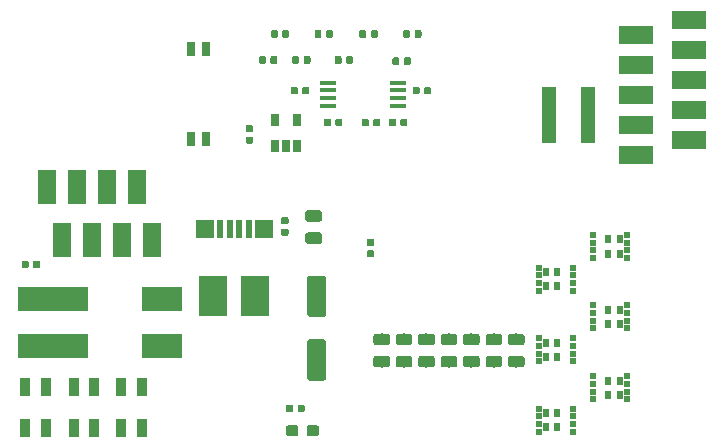
<source format=gbr>
G04 #@! TF.GenerationSoftware,KiCad,Pcbnew,5.0.2-bee76a0~70~ubuntu18.04.1*
G04 #@! TF.CreationDate,2019-11-21T20:22:08+01:00*
G04 #@! TF.ProjectId,board,626f6172-642e-46b6-9963-61645f706362,rev?*
G04 #@! TF.SameCoordinates,Original*
G04 #@! TF.FileFunction,Paste,Top*
G04 #@! TF.FilePolarity,Positive*
%FSLAX46Y46*%
G04 Gerber Fmt 4.6, Leading zero omitted, Abs format (unit mm)*
G04 Created by KiCad (PCBNEW 5.0.2-bee76a0~70~ubuntu18.04.1) date Thu 21 Nov 2019 08:22:08 PM CET*
%MOMM*%
%LPD*%
G01*
G04 APERTURE LIST*
%ADD10C,0.100000*%
%ADD11C,0.975000*%
%ADD12R,0.570000X0.738000*%
%ADD13R,0.630000X0.500000*%
%ADD14R,0.850000X1.600000*%
%ADD15C,1.600000*%
%ADD16C,0.590000*%
%ADD17C,0.950000*%
%ADD18R,3.500000X2.000000*%
%ADD19R,6.000000X2.000000*%
%ADD20R,1.500000X1.600000*%
%ADD21R,0.500000X1.600000*%
%ADD22R,2.400000X3.480000*%
%ADD23R,1.180000X4.700000*%
%ADD24R,3.000000X1.500000*%
%ADD25R,1.500000X3.000000*%
%ADD26R,0.760000X1.270000*%
%ADD27R,0.650000X1.060000*%
%ADD28R,1.450000X0.450000*%
G04 APERTURE END LIST*
D10*
G04 #@! TO.C,C32*
G36*
X119225142Y-121101174D02*
X119248803Y-121104684D01*
X119272007Y-121110496D01*
X119294529Y-121118554D01*
X119316153Y-121128782D01*
X119336670Y-121141079D01*
X119355883Y-121155329D01*
X119373607Y-121171393D01*
X119389671Y-121189117D01*
X119403921Y-121208330D01*
X119416218Y-121228847D01*
X119426446Y-121250471D01*
X119434504Y-121272993D01*
X119440316Y-121296197D01*
X119443826Y-121319858D01*
X119445000Y-121343750D01*
X119445000Y-121831250D01*
X119443826Y-121855142D01*
X119440316Y-121878803D01*
X119434504Y-121902007D01*
X119426446Y-121924529D01*
X119416218Y-121946153D01*
X119403921Y-121966670D01*
X119389671Y-121985883D01*
X119373607Y-122003607D01*
X119355883Y-122019671D01*
X119336670Y-122033921D01*
X119316153Y-122046218D01*
X119294529Y-122056446D01*
X119272007Y-122064504D01*
X119248803Y-122070316D01*
X119225142Y-122073826D01*
X119201250Y-122075000D01*
X118288750Y-122075000D01*
X118264858Y-122073826D01*
X118241197Y-122070316D01*
X118217993Y-122064504D01*
X118195471Y-122056446D01*
X118173847Y-122046218D01*
X118153330Y-122033921D01*
X118134117Y-122019671D01*
X118116393Y-122003607D01*
X118100329Y-121985883D01*
X118086079Y-121966670D01*
X118073782Y-121946153D01*
X118063554Y-121924529D01*
X118055496Y-121902007D01*
X118049684Y-121878803D01*
X118046174Y-121855142D01*
X118045000Y-121831250D01*
X118045000Y-121343750D01*
X118046174Y-121319858D01*
X118049684Y-121296197D01*
X118055496Y-121272993D01*
X118063554Y-121250471D01*
X118073782Y-121228847D01*
X118086079Y-121208330D01*
X118100329Y-121189117D01*
X118116393Y-121171393D01*
X118134117Y-121155329D01*
X118153330Y-121141079D01*
X118173847Y-121128782D01*
X118195471Y-121118554D01*
X118217993Y-121110496D01*
X118241197Y-121104684D01*
X118264858Y-121101174D01*
X118288750Y-121100000D01*
X119201250Y-121100000D01*
X119225142Y-121101174D01*
X119225142Y-121101174D01*
G37*
D11*
X118745000Y-121587500D03*
D10*
G36*
X119225142Y-119226174D02*
X119248803Y-119229684D01*
X119272007Y-119235496D01*
X119294529Y-119243554D01*
X119316153Y-119253782D01*
X119336670Y-119266079D01*
X119355883Y-119280329D01*
X119373607Y-119296393D01*
X119389671Y-119314117D01*
X119403921Y-119333330D01*
X119416218Y-119353847D01*
X119426446Y-119375471D01*
X119434504Y-119397993D01*
X119440316Y-119421197D01*
X119443826Y-119444858D01*
X119445000Y-119468750D01*
X119445000Y-119956250D01*
X119443826Y-119980142D01*
X119440316Y-120003803D01*
X119434504Y-120027007D01*
X119426446Y-120049529D01*
X119416218Y-120071153D01*
X119403921Y-120091670D01*
X119389671Y-120110883D01*
X119373607Y-120128607D01*
X119355883Y-120144671D01*
X119336670Y-120158921D01*
X119316153Y-120171218D01*
X119294529Y-120181446D01*
X119272007Y-120189504D01*
X119248803Y-120195316D01*
X119225142Y-120198826D01*
X119201250Y-120200000D01*
X118288750Y-120200000D01*
X118264858Y-120198826D01*
X118241197Y-120195316D01*
X118217993Y-120189504D01*
X118195471Y-120181446D01*
X118173847Y-120171218D01*
X118153330Y-120158921D01*
X118134117Y-120144671D01*
X118116393Y-120128607D01*
X118100329Y-120110883D01*
X118086079Y-120091670D01*
X118073782Y-120071153D01*
X118063554Y-120049529D01*
X118055496Y-120027007D01*
X118049684Y-120003803D01*
X118046174Y-119980142D01*
X118045000Y-119956250D01*
X118045000Y-119468750D01*
X118046174Y-119444858D01*
X118049684Y-119421197D01*
X118055496Y-119397993D01*
X118063554Y-119375471D01*
X118073782Y-119353847D01*
X118086079Y-119333330D01*
X118100329Y-119314117D01*
X118116393Y-119296393D01*
X118134117Y-119280329D01*
X118153330Y-119266079D01*
X118173847Y-119253782D01*
X118195471Y-119243554D01*
X118217993Y-119235496D01*
X118241197Y-119229684D01*
X118264858Y-119226174D01*
X118288750Y-119225000D01*
X119201250Y-119225000D01*
X119225142Y-119226174D01*
X119225142Y-119226174D01*
G37*
D11*
X118745000Y-119712500D03*
G04 #@! TD*
D12*
G04 #@! TO.C,Q2*
X139340000Y-131660000D03*
X139340000Y-130440000D03*
X138390000Y-131660000D03*
X138390000Y-130440000D03*
D13*
X137810000Y-132020000D03*
X137810000Y-131380000D03*
X137810000Y-130720000D03*
X137810000Y-130080000D03*
X140690000Y-130080000D03*
X140690000Y-130720000D03*
X140690000Y-131380000D03*
X140690000Y-132020000D03*
G04 #@! TD*
D14*
G04 #@! TO.C,D4*
X100175000Y-134150000D03*
X98425000Y-134150000D03*
X100175000Y-137650000D03*
X98425000Y-137650000D03*
G04 #@! TD*
G04 #@! TO.C,D5*
X94325000Y-137650000D03*
X96075000Y-137650000D03*
X94325000Y-134150000D03*
X96075000Y-134150000D03*
G04 #@! TD*
D10*
G04 #@! TO.C,C21*
G36*
X128780142Y-129676174D02*
X128803803Y-129679684D01*
X128827007Y-129685496D01*
X128849529Y-129693554D01*
X128871153Y-129703782D01*
X128891670Y-129716079D01*
X128910883Y-129730329D01*
X128928607Y-129746393D01*
X128944671Y-129764117D01*
X128958921Y-129783330D01*
X128971218Y-129803847D01*
X128981446Y-129825471D01*
X128989504Y-129847993D01*
X128995316Y-129871197D01*
X128998826Y-129894858D01*
X129000000Y-129918750D01*
X129000000Y-130406250D01*
X128998826Y-130430142D01*
X128995316Y-130453803D01*
X128989504Y-130477007D01*
X128981446Y-130499529D01*
X128971218Y-130521153D01*
X128958921Y-130541670D01*
X128944671Y-130560883D01*
X128928607Y-130578607D01*
X128910883Y-130594671D01*
X128891670Y-130608921D01*
X128871153Y-130621218D01*
X128849529Y-130631446D01*
X128827007Y-130639504D01*
X128803803Y-130645316D01*
X128780142Y-130648826D01*
X128756250Y-130650000D01*
X127843750Y-130650000D01*
X127819858Y-130648826D01*
X127796197Y-130645316D01*
X127772993Y-130639504D01*
X127750471Y-130631446D01*
X127728847Y-130621218D01*
X127708330Y-130608921D01*
X127689117Y-130594671D01*
X127671393Y-130578607D01*
X127655329Y-130560883D01*
X127641079Y-130541670D01*
X127628782Y-130521153D01*
X127618554Y-130499529D01*
X127610496Y-130477007D01*
X127604684Y-130453803D01*
X127601174Y-130430142D01*
X127600000Y-130406250D01*
X127600000Y-129918750D01*
X127601174Y-129894858D01*
X127604684Y-129871197D01*
X127610496Y-129847993D01*
X127618554Y-129825471D01*
X127628782Y-129803847D01*
X127641079Y-129783330D01*
X127655329Y-129764117D01*
X127671393Y-129746393D01*
X127689117Y-129730329D01*
X127708330Y-129716079D01*
X127728847Y-129703782D01*
X127750471Y-129693554D01*
X127772993Y-129685496D01*
X127796197Y-129679684D01*
X127819858Y-129676174D01*
X127843750Y-129675000D01*
X128756250Y-129675000D01*
X128780142Y-129676174D01*
X128780142Y-129676174D01*
G37*
D11*
X128300000Y-130162500D03*
D10*
G36*
X128780142Y-131551174D02*
X128803803Y-131554684D01*
X128827007Y-131560496D01*
X128849529Y-131568554D01*
X128871153Y-131578782D01*
X128891670Y-131591079D01*
X128910883Y-131605329D01*
X128928607Y-131621393D01*
X128944671Y-131639117D01*
X128958921Y-131658330D01*
X128971218Y-131678847D01*
X128981446Y-131700471D01*
X128989504Y-131722993D01*
X128995316Y-131746197D01*
X128998826Y-131769858D01*
X129000000Y-131793750D01*
X129000000Y-132281250D01*
X128998826Y-132305142D01*
X128995316Y-132328803D01*
X128989504Y-132352007D01*
X128981446Y-132374529D01*
X128971218Y-132396153D01*
X128958921Y-132416670D01*
X128944671Y-132435883D01*
X128928607Y-132453607D01*
X128910883Y-132469671D01*
X128891670Y-132483921D01*
X128871153Y-132496218D01*
X128849529Y-132506446D01*
X128827007Y-132514504D01*
X128803803Y-132520316D01*
X128780142Y-132523826D01*
X128756250Y-132525000D01*
X127843750Y-132525000D01*
X127819858Y-132523826D01*
X127796197Y-132520316D01*
X127772993Y-132514504D01*
X127750471Y-132506446D01*
X127728847Y-132496218D01*
X127708330Y-132483921D01*
X127689117Y-132469671D01*
X127671393Y-132453607D01*
X127655329Y-132435883D01*
X127641079Y-132416670D01*
X127628782Y-132396153D01*
X127618554Y-132374529D01*
X127610496Y-132352007D01*
X127604684Y-132328803D01*
X127601174Y-132305142D01*
X127600000Y-132281250D01*
X127600000Y-131793750D01*
X127601174Y-131769858D01*
X127604684Y-131746197D01*
X127610496Y-131722993D01*
X127618554Y-131700471D01*
X127628782Y-131678847D01*
X127641079Y-131658330D01*
X127655329Y-131639117D01*
X127671393Y-131621393D01*
X127689117Y-131605329D01*
X127708330Y-131591079D01*
X127728847Y-131578782D01*
X127750471Y-131568554D01*
X127772993Y-131560496D01*
X127796197Y-131554684D01*
X127819858Y-131551174D01*
X127843750Y-131550000D01*
X128756250Y-131550000D01*
X128780142Y-131551174D01*
X128780142Y-131551174D01*
G37*
D11*
X128300000Y-132037500D03*
G04 #@! TD*
D10*
G04 #@! TO.C,C19*
G36*
X134480142Y-131551174D02*
X134503803Y-131554684D01*
X134527007Y-131560496D01*
X134549529Y-131568554D01*
X134571153Y-131578782D01*
X134591670Y-131591079D01*
X134610883Y-131605329D01*
X134628607Y-131621393D01*
X134644671Y-131639117D01*
X134658921Y-131658330D01*
X134671218Y-131678847D01*
X134681446Y-131700471D01*
X134689504Y-131722993D01*
X134695316Y-131746197D01*
X134698826Y-131769858D01*
X134700000Y-131793750D01*
X134700000Y-132281250D01*
X134698826Y-132305142D01*
X134695316Y-132328803D01*
X134689504Y-132352007D01*
X134681446Y-132374529D01*
X134671218Y-132396153D01*
X134658921Y-132416670D01*
X134644671Y-132435883D01*
X134628607Y-132453607D01*
X134610883Y-132469671D01*
X134591670Y-132483921D01*
X134571153Y-132496218D01*
X134549529Y-132506446D01*
X134527007Y-132514504D01*
X134503803Y-132520316D01*
X134480142Y-132523826D01*
X134456250Y-132525000D01*
X133543750Y-132525000D01*
X133519858Y-132523826D01*
X133496197Y-132520316D01*
X133472993Y-132514504D01*
X133450471Y-132506446D01*
X133428847Y-132496218D01*
X133408330Y-132483921D01*
X133389117Y-132469671D01*
X133371393Y-132453607D01*
X133355329Y-132435883D01*
X133341079Y-132416670D01*
X133328782Y-132396153D01*
X133318554Y-132374529D01*
X133310496Y-132352007D01*
X133304684Y-132328803D01*
X133301174Y-132305142D01*
X133300000Y-132281250D01*
X133300000Y-131793750D01*
X133301174Y-131769858D01*
X133304684Y-131746197D01*
X133310496Y-131722993D01*
X133318554Y-131700471D01*
X133328782Y-131678847D01*
X133341079Y-131658330D01*
X133355329Y-131639117D01*
X133371393Y-131621393D01*
X133389117Y-131605329D01*
X133408330Y-131591079D01*
X133428847Y-131578782D01*
X133450471Y-131568554D01*
X133472993Y-131560496D01*
X133496197Y-131554684D01*
X133519858Y-131551174D01*
X133543750Y-131550000D01*
X134456250Y-131550000D01*
X134480142Y-131551174D01*
X134480142Y-131551174D01*
G37*
D11*
X134000000Y-132037500D03*
D10*
G36*
X134480142Y-129676174D02*
X134503803Y-129679684D01*
X134527007Y-129685496D01*
X134549529Y-129693554D01*
X134571153Y-129703782D01*
X134591670Y-129716079D01*
X134610883Y-129730329D01*
X134628607Y-129746393D01*
X134644671Y-129764117D01*
X134658921Y-129783330D01*
X134671218Y-129803847D01*
X134681446Y-129825471D01*
X134689504Y-129847993D01*
X134695316Y-129871197D01*
X134698826Y-129894858D01*
X134700000Y-129918750D01*
X134700000Y-130406250D01*
X134698826Y-130430142D01*
X134695316Y-130453803D01*
X134689504Y-130477007D01*
X134681446Y-130499529D01*
X134671218Y-130521153D01*
X134658921Y-130541670D01*
X134644671Y-130560883D01*
X134628607Y-130578607D01*
X134610883Y-130594671D01*
X134591670Y-130608921D01*
X134571153Y-130621218D01*
X134549529Y-130631446D01*
X134527007Y-130639504D01*
X134503803Y-130645316D01*
X134480142Y-130648826D01*
X134456250Y-130650000D01*
X133543750Y-130650000D01*
X133519858Y-130648826D01*
X133496197Y-130645316D01*
X133472993Y-130639504D01*
X133450471Y-130631446D01*
X133428847Y-130621218D01*
X133408330Y-130608921D01*
X133389117Y-130594671D01*
X133371393Y-130578607D01*
X133355329Y-130560883D01*
X133341079Y-130541670D01*
X133328782Y-130521153D01*
X133318554Y-130499529D01*
X133310496Y-130477007D01*
X133304684Y-130453803D01*
X133301174Y-130430142D01*
X133300000Y-130406250D01*
X133300000Y-129918750D01*
X133301174Y-129894858D01*
X133304684Y-129871197D01*
X133310496Y-129847993D01*
X133318554Y-129825471D01*
X133328782Y-129803847D01*
X133341079Y-129783330D01*
X133355329Y-129764117D01*
X133371393Y-129746393D01*
X133389117Y-129730329D01*
X133408330Y-129716079D01*
X133428847Y-129703782D01*
X133450471Y-129693554D01*
X133472993Y-129685496D01*
X133496197Y-129679684D01*
X133519858Y-129676174D01*
X133543750Y-129675000D01*
X134456250Y-129675000D01*
X134480142Y-129676174D01*
X134480142Y-129676174D01*
G37*
D11*
X134000000Y-130162500D03*
G04 #@! TD*
D10*
G04 #@! TO.C,C18*
G36*
X132580142Y-129676174D02*
X132603803Y-129679684D01*
X132627007Y-129685496D01*
X132649529Y-129693554D01*
X132671153Y-129703782D01*
X132691670Y-129716079D01*
X132710883Y-129730329D01*
X132728607Y-129746393D01*
X132744671Y-129764117D01*
X132758921Y-129783330D01*
X132771218Y-129803847D01*
X132781446Y-129825471D01*
X132789504Y-129847993D01*
X132795316Y-129871197D01*
X132798826Y-129894858D01*
X132800000Y-129918750D01*
X132800000Y-130406250D01*
X132798826Y-130430142D01*
X132795316Y-130453803D01*
X132789504Y-130477007D01*
X132781446Y-130499529D01*
X132771218Y-130521153D01*
X132758921Y-130541670D01*
X132744671Y-130560883D01*
X132728607Y-130578607D01*
X132710883Y-130594671D01*
X132691670Y-130608921D01*
X132671153Y-130621218D01*
X132649529Y-130631446D01*
X132627007Y-130639504D01*
X132603803Y-130645316D01*
X132580142Y-130648826D01*
X132556250Y-130650000D01*
X131643750Y-130650000D01*
X131619858Y-130648826D01*
X131596197Y-130645316D01*
X131572993Y-130639504D01*
X131550471Y-130631446D01*
X131528847Y-130621218D01*
X131508330Y-130608921D01*
X131489117Y-130594671D01*
X131471393Y-130578607D01*
X131455329Y-130560883D01*
X131441079Y-130541670D01*
X131428782Y-130521153D01*
X131418554Y-130499529D01*
X131410496Y-130477007D01*
X131404684Y-130453803D01*
X131401174Y-130430142D01*
X131400000Y-130406250D01*
X131400000Y-129918750D01*
X131401174Y-129894858D01*
X131404684Y-129871197D01*
X131410496Y-129847993D01*
X131418554Y-129825471D01*
X131428782Y-129803847D01*
X131441079Y-129783330D01*
X131455329Y-129764117D01*
X131471393Y-129746393D01*
X131489117Y-129730329D01*
X131508330Y-129716079D01*
X131528847Y-129703782D01*
X131550471Y-129693554D01*
X131572993Y-129685496D01*
X131596197Y-129679684D01*
X131619858Y-129676174D01*
X131643750Y-129675000D01*
X132556250Y-129675000D01*
X132580142Y-129676174D01*
X132580142Y-129676174D01*
G37*
D11*
X132100000Y-130162500D03*
D10*
G36*
X132580142Y-131551174D02*
X132603803Y-131554684D01*
X132627007Y-131560496D01*
X132649529Y-131568554D01*
X132671153Y-131578782D01*
X132691670Y-131591079D01*
X132710883Y-131605329D01*
X132728607Y-131621393D01*
X132744671Y-131639117D01*
X132758921Y-131658330D01*
X132771218Y-131678847D01*
X132781446Y-131700471D01*
X132789504Y-131722993D01*
X132795316Y-131746197D01*
X132798826Y-131769858D01*
X132800000Y-131793750D01*
X132800000Y-132281250D01*
X132798826Y-132305142D01*
X132795316Y-132328803D01*
X132789504Y-132352007D01*
X132781446Y-132374529D01*
X132771218Y-132396153D01*
X132758921Y-132416670D01*
X132744671Y-132435883D01*
X132728607Y-132453607D01*
X132710883Y-132469671D01*
X132691670Y-132483921D01*
X132671153Y-132496218D01*
X132649529Y-132506446D01*
X132627007Y-132514504D01*
X132603803Y-132520316D01*
X132580142Y-132523826D01*
X132556250Y-132525000D01*
X131643750Y-132525000D01*
X131619858Y-132523826D01*
X131596197Y-132520316D01*
X131572993Y-132514504D01*
X131550471Y-132506446D01*
X131528847Y-132496218D01*
X131508330Y-132483921D01*
X131489117Y-132469671D01*
X131471393Y-132453607D01*
X131455329Y-132435883D01*
X131441079Y-132416670D01*
X131428782Y-132396153D01*
X131418554Y-132374529D01*
X131410496Y-132352007D01*
X131404684Y-132328803D01*
X131401174Y-132305142D01*
X131400000Y-132281250D01*
X131400000Y-131793750D01*
X131401174Y-131769858D01*
X131404684Y-131746197D01*
X131410496Y-131722993D01*
X131418554Y-131700471D01*
X131428782Y-131678847D01*
X131441079Y-131658330D01*
X131455329Y-131639117D01*
X131471393Y-131621393D01*
X131489117Y-131605329D01*
X131508330Y-131591079D01*
X131528847Y-131578782D01*
X131550471Y-131568554D01*
X131572993Y-131560496D01*
X131596197Y-131554684D01*
X131619858Y-131551174D01*
X131643750Y-131550000D01*
X132556250Y-131550000D01*
X132580142Y-131551174D01*
X132580142Y-131551174D01*
G37*
D11*
X132100000Y-132037500D03*
G04 #@! TD*
D10*
G04 #@! TO.C,C25*
G36*
X119574504Y-124751204D02*
X119598773Y-124754804D01*
X119622571Y-124760765D01*
X119645671Y-124769030D01*
X119667849Y-124779520D01*
X119688893Y-124792133D01*
X119708598Y-124806747D01*
X119726777Y-124823223D01*
X119743253Y-124841402D01*
X119757867Y-124861107D01*
X119770480Y-124882151D01*
X119780970Y-124904329D01*
X119789235Y-124927429D01*
X119795196Y-124951227D01*
X119798796Y-124975496D01*
X119800000Y-125000000D01*
X119800000Y-128000000D01*
X119798796Y-128024504D01*
X119795196Y-128048773D01*
X119789235Y-128072571D01*
X119780970Y-128095671D01*
X119770480Y-128117849D01*
X119757867Y-128138893D01*
X119743253Y-128158598D01*
X119726777Y-128176777D01*
X119708598Y-128193253D01*
X119688893Y-128207867D01*
X119667849Y-128220480D01*
X119645671Y-128230970D01*
X119622571Y-128239235D01*
X119598773Y-128245196D01*
X119574504Y-128248796D01*
X119550000Y-128250000D01*
X118450000Y-128250000D01*
X118425496Y-128248796D01*
X118401227Y-128245196D01*
X118377429Y-128239235D01*
X118354329Y-128230970D01*
X118332151Y-128220480D01*
X118311107Y-128207867D01*
X118291402Y-128193253D01*
X118273223Y-128176777D01*
X118256747Y-128158598D01*
X118242133Y-128138893D01*
X118229520Y-128117849D01*
X118219030Y-128095671D01*
X118210765Y-128072571D01*
X118204804Y-128048773D01*
X118201204Y-128024504D01*
X118200000Y-128000000D01*
X118200000Y-125000000D01*
X118201204Y-124975496D01*
X118204804Y-124951227D01*
X118210765Y-124927429D01*
X118219030Y-124904329D01*
X118229520Y-124882151D01*
X118242133Y-124861107D01*
X118256747Y-124841402D01*
X118273223Y-124823223D01*
X118291402Y-124806747D01*
X118311107Y-124792133D01*
X118332151Y-124779520D01*
X118354329Y-124769030D01*
X118377429Y-124760765D01*
X118401227Y-124754804D01*
X118425496Y-124751204D01*
X118450000Y-124750000D01*
X119550000Y-124750000D01*
X119574504Y-124751204D01*
X119574504Y-124751204D01*
G37*
D15*
X119000000Y-126500000D03*
D10*
G36*
X119574504Y-130151204D02*
X119598773Y-130154804D01*
X119622571Y-130160765D01*
X119645671Y-130169030D01*
X119667849Y-130179520D01*
X119688893Y-130192133D01*
X119708598Y-130206747D01*
X119726777Y-130223223D01*
X119743253Y-130241402D01*
X119757867Y-130261107D01*
X119770480Y-130282151D01*
X119780970Y-130304329D01*
X119789235Y-130327429D01*
X119795196Y-130351227D01*
X119798796Y-130375496D01*
X119800000Y-130400000D01*
X119800000Y-133400000D01*
X119798796Y-133424504D01*
X119795196Y-133448773D01*
X119789235Y-133472571D01*
X119780970Y-133495671D01*
X119770480Y-133517849D01*
X119757867Y-133538893D01*
X119743253Y-133558598D01*
X119726777Y-133576777D01*
X119708598Y-133593253D01*
X119688893Y-133607867D01*
X119667849Y-133620480D01*
X119645671Y-133630970D01*
X119622571Y-133639235D01*
X119598773Y-133645196D01*
X119574504Y-133648796D01*
X119550000Y-133650000D01*
X118450000Y-133650000D01*
X118425496Y-133648796D01*
X118401227Y-133645196D01*
X118377429Y-133639235D01*
X118354329Y-133630970D01*
X118332151Y-133620480D01*
X118311107Y-133607867D01*
X118291402Y-133593253D01*
X118273223Y-133576777D01*
X118256747Y-133558598D01*
X118242133Y-133538893D01*
X118229520Y-133517849D01*
X118219030Y-133495671D01*
X118210765Y-133472571D01*
X118204804Y-133448773D01*
X118201204Y-133424504D01*
X118200000Y-133400000D01*
X118200000Y-130400000D01*
X118201204Y-130375496D01*
X118204804Y-130351227D01*
X118210765Y-130327429D01*
X118219030Y-130304329D01*
X118229520Y-130282151D01*
X118242133Y-130261107D01*
X118256747Y-130241402D01*
X118273223Y-130223223D01*
X118291402Y-130206747D01*
X118311107Y-130192133D01*
X118332151Y-130179520D01*
X118354329Y-130169030D01*
X118377429Y-130160765D01*
X118401227Y-130154804D01*
X118425496Y-130151204D01*
X118450000Y-130150000D01*
X119550000Y-130150000D01*
X119574504Y-130151204D01*
X119574504Y-130151204D01*
G37*
D15*
X119000000Y-131900000D03*
G04 #@! TD*
D10*
G04 #@! TO.C,R4*
G36*
X113486958Y-112020710D02*
X113501276Y-112022834D01*
X113515317Y-112026351D01*
X113528946Y-112031228D01*
X113542031Y-112037417D01*
X113554447Y-112044858D01*
X113566073Y-112053481D01*
X113576798Y-112063202D01*
X113586519Y-112073927D01*
X113595142Y-112085553D01*
X113602583Y-112097969D01*
X113608772Y-112111054D01*
X113613649Y-112124683D01*
X113617166Y-112138724D01*
X113619290Y-112153042D01*
X113620000Y-112167500D01*
X113620000Y-112462500D01*
X113619290Y-112476958D01*
X113617166Y-112491276D01*
X113613649Y-112505317D01*
X113608772Y-112518946D01*
X113602583Y-112532031D01*
X113595142Y-112544447D01*
X113586519Y-112556073D01*
X113576798Y-112566798D01*
X113566073Y-112576519D01*
X113554447Y-112585142D01*
X113542031Y-112592583D01*
X113528946Y-112598772D01*
X113515317Y-112603649D01*
X113501276Y-112607166D01*
X113486958Y-112609290D01*
X113472500Y-112610000D01*
X113127500Y-112610000D01*
X113113042Y-112609290D01*
X113098724Y-112607166D01*
X113084683Y-112603649D01*
X113071054Y-112598772D01*
X113057969Y-112592583D01*
X113045553Y-112585142D01*
X113033927Y-112576519D01*
X113023202Y-112566798D01*
X113013481Y-112556073D01*
X113004858Y-112544447D01*
X112997417Y-112532031D01*
X112991228Y-112518946D01*
X112986351Y-112505317D01*
X112982834Y-112491276D01*
X112980710Y-112476958D01*
X112980000Y-112462500D01*
X112980000Y-112167500D01*
X112980710Y-112153042D01*
X112982834Y-112138724D01*
X112986351Y-112124683D01*
X112991228Y-112111054D01*
X112997417Y-112097969D01*
X113004858Y-112085553D01*
X113013481Y-112073927D01*
X113023202Y-112063202D01*
X113033927Y-112053481D01*
X113045553Y-112044858D01*
X113057969Y-112037417D01*
X113071054Y-112031228D01*
X113084683Y-112026351D01*
X113098724Y-112022834D01*
X113113042Y-112020710D01*
X113127500Y-112020000D01*
X113472500Y-112020000D01*
X113486958Y-112020710D01*
X113486958Y-112020710D01*
G37*
D16*
X113300000Y-112315000D03*
D10*
G36*
X113486958Y-112990710D02*
X113501276Y-112992834D01*
X113515317Y-112996351D01*
X113528946Y-113001228D01*
X113542031Y-113007417D01*
X113554447Y-113014858D01*
X113566073Y-113023481D01*
X113576798Y-113033202D01*
X113586519Y-113043927D01*
X113595142Y-113055553D01*
X113602583Y-113067969D01*
X113608772Y-113081054D01*
X113613649Y-113094683D01*
X113617166Y-113108724D01*
X113619290Y-113123042D01*
X113620000Y-113137500D01*
X113620000Y-113432500D01*
X113619290Y-113446958D01*
X113617166Y-113461276D01*
X113613649Y-113475317D01*
X113608772Y-113488946D01*
X113602583Y-113502031D01*
X113595142Y-113514447D01*
X113586519Y-113526073D01*
X113576798Y-113536798D01*
X113566073Y-113546519D01*
X113554447Y-113555142D01*
X113542031Y-113562583D01*
X113528946Y-113568772D01*
X113515317Y-113573649D01*
X113501276Y-113577166D01*
X113486958Y-113579290D01*
X113472500Y-113580000D01*
X113127500Y-113580000D01*
X113113042Y-113579290D01*
X113098724Y-113577166D01*
X113084683Y-113573649D01*
X113071054Y-113568772D01*
X113057969Y-113562583D01*
X113045553Y-113555142D01*
X113033927Y-113546519D01*
X113023202Y-113536798D01*
X113013481Y-113526073D01*
X113004858Y-113514447D01*
X112997417Y-113502031D01*
X112991228Y-113488946D01*
X112986351Y-113475317D01*
X112982834Y-113461276D01*
X112980710Y-113446958D01*
X112980000Y-113432500D01*
X112980000Y-113137500D01*
X112980710Y-113123042D01*
X112982834Y-113108724D01*
X112986351Y-113094683D01*
X112991228Y-113081054D01*
X112997417Y-113067969D01*
X113004858Y-113055553D01*
X113013481Y-113043927D01*
X113023202Y-113033202D01*
X113033927Y-113023481D01*
X113045553Y-113014858D01*
X113057969Y-113007417D01*
X113071054Y-113001228D01*
X113084683Y-112996351D01*
X113098724Y-112992834D01*
X113113042Y-112990710D01*
X113127500Y-112990000D01*
X113472500Y-112990000D01*
X113486958Y-112990710D01*
X113486958Y-112990710D01*
G37*
D16*
X113300000Y-113285000D03*
G04 #@! TD*
D10*
G04 #@! TO.C,D1*
G36*
X118985779Y-137426144D02*
X119008834Y-137429563D01*
X119031443Y-137435227D01*
X119053387Y-137443079D01*
X119074457Y-137453044D01*
X119094448Y-137465026D01*
X119113168Y-137478910D01*
X119130438Y-137494562D01*
X119146090Y-137511832D01*
X119159974Y-137530552D01*
X119171956Y-137550543D01*
X119181921Y-137571613D01*
X119189773Y-137593557D01*
X119195437Y-137616166D01*
X119198856Y-137639221D01*
X119200000Y-137662500D01*
X119200000Y-138137500D01*
X119198856Y-138160779D01*
X119195437Y-138183834D01*
X119189773Y-138206443D01*
X119181921Y-138228387D01*
X119171956Y-138249457D01*
X119159974Y-138269448D01*
X119146090Y-138288168D01*
X119130438Y-138305438D01*
X119113168Y-138321090D01*
X119094448Y-138334974D01*
X119074457Y-138346956D01*
X119053387Y-138356921D01*
X119031443Y-138364773D01*
X119008834Y-138370437D01*
X118985779Y-138373856D01*
X118962500Y-138375000D01*
X118387500Y-138375000D01*
X118364221Y-138373856D01*
X118341166Y-138370437D01*
X118318557Y-138364773D01*
X118296613Y-138356921D01*
X118275543Y-138346956D01*
X118255552Y-138334974D01*
X118236832Y-138321090D01*
X118219562Y-138305438D01*
X118203910Y-138288168D01*
X118190026Y-138269448D01*
X118178044Y-138249457D01*
X118168079Y-138228387D01*
X118160227Y-138206443D01*
X118154563Y-138183834D01*
X118151144Y-138160779D01*
X118150000Y-138137500D01*
X118150000Y-137662500D01*
X118151144Y-137639221D01*
X118154563Y-137616166D01*
X118160227Y-137593557D01*
X118168079Y-137571613D01*
X118178044Y-137550543D01*
X118190026Y-137530552D01*
X118203910Y-137511832D01*
X118219562Y-137494562D01*
X118236832Y-137478910D01*
X118255552Y-137465026D01*
X118275543Y-137453044D01*
X118296613Y-137443079D01*
X118318557Y-137435227D01*
X118341166Y-137429563D01*
X118364221Y-137426144D01*
X118387500Y-137425000D01*
X118962500Y-137425000D01*
X118985779Y-137426144D01*
X118985779Y-137426144D01*
G37*
D17*
X118675000Y-137900000D03*
D10*
G36*
X117235779Y-137426144D02*
X117258834Y-137429563D01*
X117281443Y-137435227D01*
X117303387Y-137443079D01*
X117324457Y-137453044D01*
X117344448Y-137465026D01*
X117363168Y-137478910D01*
X117380438Y-137494562D01*
X117396090Y-137511832D01*
X117409974Y-137530552D01*
X117421956Y-137550543D01*
X117431921Y-137571613D01*
X117439773Y-137593557D01*
X117445437Y-137616166D01*
X117448856Y-137639221D01*
X117450000Y-137662500D01*
X117450000Y-138137500D01*
X117448856Y-138160779D01*
X117445437Y-138183834D01*
X117439773Y-138206443D01*
X117431921Y-138228387D01*
X117421956Y-138249457D01*
X117409974Y-138269448D01*
X117396090Y-138288168D01*
X117380438Y-138305438D01*
X117363168Y-138321090D01*
X117344448Y-138334974D01*
X117324457Y-138346956D01*
X117303387Y-138356921D01*
X117281443Y-138364773D01*
X117258834Y-138370437D01*
X117235779Y-138373856D01*
X117212500Y-138375000D01*
X116637500Y-138375000D01*
X116614221Y-138373856D01*
X116591166Y-138370437D01*
X116568557Y-138364773D01*
X116546613Y-138356921D01*
X116525543Y-138346956D01*
X116505552Y-138334974D01*
X116486832Y-138321090D01*
X116469562Y-138305438D01*
X116453910Y-138288168D01*
X116440026Y-138269448D01*
X116428044Y-138249457D01*
X116418079Y-138228387D01*
X116410227Y-138206443D01*
X116404563Y-138183834D01*
X116401144Y-138160779D01*
X116400000Y-138137500D01*
X116400000Y-137662500D01*
X116401144Y-137639221D01*
X116404563Y-137616166D01*
X116410227Y-137593557D01*
X116418079Y-137571613D01*
X116428044Y-137550543D01*
X116440026Y-137530552D01*
X116453910Y-137511832D01*
X116469562Y-137494562D01*
X116486832Y-137478910D01*
X116505552Y-137465026D01*
X116525543Y-137453044D01*
X116546613Y-137443079D01*
X116568557Y-137435227D01*
X116591166Y-137429563D01*
X116614221Y-137426144D01*
X116637500Y-137425000D01*
X117212500Y-137425000D01*
X117235779Y-137426144D01*
X117235779Y-137426144D01*
G37*
D17*
X116925000Y-137900000D03*
G04 #@! TD*
D10*
G04 #@! TO.C,Rled1*
G36*
X117846958Y-135680710D02*
X117861276Y-135682834D01*
X117875317Y-135686351D01*
X117888946Y-135691228D01*
X117902031Y-135697417D01*
X117914447Y-135704858D01*
X117926073Y-135713481D01*
X117936798Y-135723202D01*
X117946519Y-135733927D01*
X117955142Y-135745553D01*
X117962583Y-135757969D01*
X117968772Y-135771054D01*
X117973649Y-135784683D01*
X117977166Y-135798724D01*
X117979290Y-135813042D01*
X117980000Y-135827500D01*
X117980000Y-136172500D01*
X117979290Y-136186958D01*
X117977166Y-136201276D01*
X117973649Y-136215317D01*
X117968772Y-136228946D01*
X117962583Y-136242031D01*
X117955142Y-136254447D01*
X117946519Y-136266073D01*
X117936798Y-136276798D01*
X117926073Y-136286519D01*
X117914447Y-136295142D01*
X117902031Y-136302583D01*
X117888946Y-136308772D01*
X117875317Y-136313649D01*
X117861276Y-136317166D01*
X117846958Y-136319290D01*
X117832500Y-136320000D01*
X117537500Y-136320000D01*
X117523042Y-136319290D01*
X117508724Y-136317166D01*
X117494683Y-136313649D01*
X117481054Y-136308772D01*
X117467969Y-136302583D01*
X117455553Y-136295142D01*
X117443927Y-136286519D01*
X117433202Y-136276798D01*
X117423481Y-136266073D01*
X117414858Y-136254447D01*
X117407417Y-136242031D01*
X117401228Y-136228946D01*
X117396351Y-136215317D01*
X117392834Y-136201276D01*
X117390710Y-136186958D01*
X117390000Y-136172500D01*
X117390000Y-135827500D01*
X117390710Y-135813042D01*
X117392834Y-135798724D01*
X117396351Y-135784683D01*
X117401228Y-135771054D01*
X117407417Y-135757969D01*
X117414858Y-135745553D01*
X117423481Y-135733927D01*
X117433202Y-135723202D01*
X117443927Y-135713481D01*
X117455553Y-135704858D01*
X117467969Y-135697417D01*
X117481054Y-135691228D01*
X117494683Y-135686351D01*
X117508724Y-135682834D01*
X117523042Y-135680710D01*
X117537500Y-135680000D01*
X117832500Y-135680000D01*
X117846958Y-135680710D01*
X117846958Y-135680710D01*
G37*
D16*
X117685000Y-136000000D03*
D10*
G36*
X116876958Y-135680710D02*
X116891276Y-135682834D01*
X116905317Y-135686351D01*
X116918946Y-135691228D01*
X116932031Y-135697417D01*
X116944447Y-135704858D01*
X116956073Y-135713481D01*
X116966798Y-135723202D01*
X116976519Y-135733927D01*
X116985142Y-135745553D01*
X116992583Y-135757969D01*
X116998772Y-135771054D01*
X117003649Y-135784683D01*
X117007166Y-135798724D01*
X117009290Y-135813042D01*
X117010000Y-135827500D01*
X117010000Y-136172500D01*
X117009290Y-136186958D01*
X117007166Y-136201276D01*
X117003649Y-136215317D01*
X116998772Y-136228946D01*
X116992583Y-136242031D01*
X116985142Y-136254447D01*
X116976519Y-136266073D01*
X116966798Y-136276798D01*
X116956073Y-136286519D01*
X116944447Y-136295142D01*
X116932031Y-136302583D01*
X116918946Y-136308772D01*
X116905317Y-136313649D01*
X116891276Y-136317166D01*
X116876958Y-136319290D01*
X116862500Y-136320000D01*
X116567500Y-136320000D01*
X116553042Y-136319290D01*
X116538724Y-136317166D01*
X116524683Y-136313649D01*
X116511054Y-136308772D01*
X116497969Y-136302583D01*
X116485553Y-136295142D01*
X116473927Y-136286519D01*
X116463202Y-136276798D01*
X116453481Y-136266073D01*
X116444858Y-136254447D01*
X116437417Y-136242031D01*
X116431228Y-136228946D01*
X116426351Y-136215317D01*
X116422834Y-136201276D01*
X116420710Y-136186958D01*
X116420000Y-136172500D01*
X116420000Y-135827500D01*
X116420710Y-135813042D01*
X116422834Y-135798724D01*
X116426351Y-135784683D01*
X116431228Y-135771054D01*
X116437417Y-135757969D01*
X116444858Y-135745553D01*
X116453481Y-135733927D01*
X116463202Y-135723202D01*
X116473927Y-135713481D01*
X116485553Y-135704858D01*
X116497969Y-135697417D01*
X116511054Y-135691228D01*
X116524683Y-135686351D01*
X116538724Y-135682834D01*
X116553042Y-135680710D01*
X116567500Y-135680000D01*
X116862500Y-135680000D01*
X116876958Y-135680710D01*
X116876958Y-135680710D01*
G37*
D16*
X116715000Y-136000000D03*
G04 #@! TD*
D18*
G04 #@! TO.C,J3*
X105900000Y-130700000D03*
D19*
X96650000Y-130700000D03*
X96650000Y-126700000D03*
D18*
X105900000Y-126700000D03*
G04 #@! TD*
D12*
G04 #@! TO.C,Q1*
X139340000Y-125665000D03*
X139340000Y-124445000D03*
X138390000Y-125665000D03*
X138390000Y-124445000D03*
D13*
X137810000Y-126025000D03*
X137810000Y-125385000D03*
X137810000Y-124725000D03*
X137810000Y-124085000D03*
X140690000Y-124085000D03*
X140690000Y-124725000D03*
X140690000Y-125385000D03*
X140690000Y-126025000D03*
G04 #@! TD*
D12*
G04 #@! TO.C,Q4*
X143710000Y-121690000D03*
X143710000Y-122910000D03*
X144660000Y-121690000D03*
X144660000Y-122910000D03*
D13*
X145240000Y-121330000D03*
X145240000Y-121970000D03*
X145240000Y-122630000D03*
X145240000Y-123270000D03*
X142360000Y-123270000D03*
X142360000Y-122630000D03*
X142360000Y-121970000D03*
X142360000Y-121330000D03*
G04 #@! TD*
D12*
G04 #@! TO.C,Q5*
X143710000Y-127640000D03*
X143710000Y-128860000D03*
X144660000Y-127640000D03*
X144660000Y-128860000D03*
D13*
X145240000Y-127280000D03*
X145240000Y-127920000D03*
X145240000Y-128580000D03*
X145240000Y-129220000D03*
X142360000Y-129220000D03*
X142360000Y-128580000D03*
X142360000Y-127920000D03*
X142360000Y-127280000D03*
G04 #@! TD*
D12*
G04 #@! TO.C,Q3*
X139340000Y-137610000D03*
X139340000Y-136390000D03*
X138390000Y-137610000D03*
X138390000Y-136390000D03*
D13*
X137810000Y-137970000D03*
X137810000Y-137330000D03*
X137810000Y-136670000D03*
X137810000Y-136030000D03*
X140690000Y-136030000D03*
X140690000Y-136670000D03*
X140690000Y-137330000D03*
X140690000Y-137970000D03*
G04 #@! TD*
D12*
G04 #@! TO.C,Q6*
X143710000Y-133640000D03*
X143710000Y-134860000D03*
X144660000Y-133640000D03*
X144660000Y-134860000D03*
D13*
X145240000Y-133280000D03*
X145240000Y-133920000D03*
X145240000Y-134580000D03*
X145240000Y-135220000D03*
X142360000Y-135220000D03*
X142360000Y-134580000D03*
X142360000Y-133920000D03*
X142360000Y-133280000D03*
G04 #@! TD*
D10*
G04 #@! TO.C,C27*
G36*
X124980142Y-131551174D02*
X125003803Y-131554684D01*
X125027007Y-131560496D01*
X125049529Y-131568554D01*
X125071153Y-131578782D01*
X125091670Y-131591079D01*
X125110883Y-131605329D01*
X125128607Y-131621393D01*
X125144671Y-131639117D01*
X125158921Y-131658330D01*
X125171218Y-131678847D01*
X125181446Y-131700471D01*
X125189504Y-131722993D01*
X125195316Y-131746197D01*
X125198826Y-131769858D01*
X125200000Y-131793750D01*
X125200000Y-132281250D01*
X125198826Y-132305142D01*
X125195316Y-132328803D01*
X125189504Y-132352007D01*
X125181446Y-132374529D01*
X125171218Y-132396153D01*
X125158921Y-132416670D01*
X125144671Y-132435883D01*
X125128607Y-132453607D01*
X125110883Y-132469671D01*
X125091670Y-132483921D01*
X125071153Y-132496218D01*
X125049529Y-132506446D01*
X125027007Y-132514504D01*
X125003803Y-132520316D01*
X124980142Y-132523826D01*
X124956250Y-132525000D01*
X124043750Y-132525000D01*
X124019858Y-132523826D01*
X123996197Y-132520316D01*
X123972993Y-132514504D01*
X123950471Y-132506446D01*
X123928847Y-132496218D01*
X123908330Y-132483921D01*
X123889117Y-132469671D01*
X123871393Y-132453607D01*
X123855329Y-132435883D01*
X123841079Y-132416670D01*
X123828782Y-132396153D01*
X123818554Y-132374529D01*
X123810496Y-132352007D01*
X123804684Y-132328803D01*
X123801174Y-132305142D01*
X123800000Y-132281250D01*
X123800000Y-131793750D01*
X123801174Y-131769858D01*
X123804684Y-131746197D01*
X123810496Y-131722993D01*
X123818554Y-131700471D01*
X123828782Y-131678847D01*
X123841079Y-131658330D01*
X123855329Y-131639117D01*
X123871393Y-131621393D01*
X123889117Y-131605329D01*
X123908330Y-131591079D01*
X123928847Y-131578782D01*
X123950471Y-131568554D01*
X123972993Y-131560496D01*
X123996197Y-131554684D01*
X124019858Y-131551174D01*
X124043750Y-131550000D01*
X124956250Y-131550000D01*
X124980142Y-131551174D01*
X124980142Y-131551174D01*
G37*
D11*
X124500000Y-132037500D03*
D10*
G36*
X124980142Y-129676174D02*
X125003803Y-129679684D01*
X125027007Y-129685496D01*
X125049529Y-129693554D01*
X125071153Y-129703782D01*
X125091670Y-129716079D01*
X125110883Y-129730329D01*
X125128607Y-129746393D01*
X125144671Y-129764117D01*
X125158921Y-129783330D01*
X125171218Y-129803847D01*
X125181446Y-129825471D01*
X125189504Y-129847993D01*
X125195316Y-129871197D01*
X125198826Y-129894858D01*
X125200000Y-129918750D01*
X125200000Y-130406250D01*
X125198826Y-130430142D01*
X125195316Y-130453803D01*
X125189504Y-130477007D01*
X125181446Y-130499529D01*
X125171218Y-130521153D01*
X125158921Y-130541670D01*
X125144671Y-130560883D01*
X125128607Y-130578607D01*
X125110883Y-130594671D01*
X125091670Y-130608921D01*
X125071153Y-130621218D01*
X125049529Y-130631446D01*
X125027007Y-130639504D01*
X125003803Y-130645316D01*
X124980142Y-130648826D01*
X124956250Y-130650000D01*
X124043750Y-130650000D01*
X124019858Y-130648826D01*
X123996197Y-130645316D01*
X123972993Y-130639504D01*
X123950471Y-130631446D01*
X123928847Y-130621218D01*
X123908330Y-130608921D01*
X123889117Y-130594671D01*
X123871393Y-130578607D01*
X123855329Y-130560883D01*
X123841079Y-130541670D01*
X123828782Y-130521153D01*
X123818554Y-130499529D01*
X123810496Y-130477007D01*
X123804684Y-130453803D01*
X123801174Y-130430142D01*
X123800000Y-130406250D01*
X123800000Y-129918750D01*
X123801174Y-129894858D01*
X123804684Y-129871197D01*
X123810496Y-129847993D01*
X123818554Y-129825471D01*
X123828782Y-129803847D01*
X123841079Y-129783330D01*
X123855329Y-129764117D01*
X123871393Y-129746393D01*
X123889117Y-129730329D01*
X123908330Y-129716079D01*
X123928847Y-129703782D01*
X123950471Y-129693554D01*
X123972993Y-129685496D01*
X123996197Y-129679684D01*
X124019858Y-129676174D01*
X124043750Y-129675000D01*
X124956250Y-129675000D01*
X124980142Y-129676174D01*
X124980142Y-129676174D01*
G37*
D11*
X124500000Y-130162500D03*
G04 #@! TD*
D10*
G04 #@! TO.C,C20*
G36*
X126880142Y-131551174D02*
X126903803Y-131554684D01*
X126927007Y-131560496D01*
X126949529Y-131568554D01*
X126971153Y-131578782D01*
X126991670Y-131591079D01*
X127010883Y-131605329D01*
X127028607Y-131621393D01*
X127044671Y-131639117D01*
X127058921Y-131658330D01*
X127071218Y-131678847D01*
X127081446Y-131700471D01*
X127089504Y-131722993D01*
X127095316Y-131746197D01*
X127098826Y-131769858D01*
X127100000Y-131793750D01*
X127100000Y-132281250D01*
X127098826Y-132305142D01*
X127095316Y-132328803D01*
X127089504Y-132352007D01*
X127081446Y-132374529D01*
X127071218Y-132396153D01*
X127058921Y-132416670D01*
X127044671Y-132435883D01*
X127028607Y-132453607D01*
X127010883Y-132469671D01*
X126991670Y-132483921D01*
X126971153Y-132496218D01*
X126949529Y-132506446D01*
X126927007Y-132514504D01*
X126903803Y-132520316D01*
X126880142Y-132523826D01*
X126856250Y-132525000D01*
X125943750Y-132525000D01*
X125919858Y-132523826D01*
X125896197Y-132520316D01*
X125872993Y-132514504D01*
X125850471Y-132506446D01*
X125828847Y-132496218D01*
X125808330Y-132483921D01*
X125789117Y-132469671D01*
X125771393Y-132453607D01*
X125755329Y-132435883D01*
X125741079Y-132416670D01*
X125728782Y-132396153D01*
X125718554Y-132374529D01*
X125710496Y-132352007D01*
X125704684Y-132328803D01*
X125701174Y-132305142D01*
X125700000Y-132281250D01*
X125700000Y-131793750D01*
X125701174Y-131769858D01*
X125704684Y-131746197D01*
X125710496Y-131722993D01*
X125718554Y-131700471D01*
X125728782Y-131678847D01*
X125741079Y-131658330D01*
X125755329Y-131639117D01*
X125771393Y-131621393D01*
X125789117Y-131605329D01*
X125808330Y-131591079D01*
X125828847Y-131578782D01*
X125850471Y-131568554D01*
X125872993Y-131560496D01*
X125896197Y-131554684D01*
X125919858Y-131551174D01*
X125943750Y-131550000D01*
X126856250Y-131550000D01*
X126880142Y-131551174D01*
X126880142Y-131551174D01*
G37*
D11*
X126400000Y-132037500D03*
D10*
G36*
X126880142Y-129676174D02*
X126903803Y-129679684D01*
X126927007Y-129685496D01*
X126949529Y-129693554D01*
X126971153Y-129703782D01*
X126991670Y-129716079D01*
X127010883Y-129730329D01*
X127028607Y-129746393D01*
X127044671Y-129764117D01*
X127058921Y-129783330D01*
X127071218Y-129803847D01*
X127081446Y-129825471D01*
X127089504Y-129847993D01*
X127095316Y-129871197D01*
X127098826Y-129894858D01*
X127100000Y-129918750D01*
X127100000Y-130406250D01*
X127098826Y-130430142D01*
X127095316Y-130453803D01*
X127089504Y-130477007D01*
X127081446Y-130499529D01*
X127071218Y-130521153D01*
X127058921Y-130541670D01*
X127044671Y-130560883D01*
X127028607Y-130578607D01*
X127010883Y-130594671D01*
X126991670Y-130608921D01*
X126971153Y-130621218D01*
X126949529Y-130631446D01*
X126927007Y-130639504D01*
X126903803Y-130645316D01*
X126880142Y-130648826D01*
X126856250Y-130650000D01*
X125943750Y-130650000D01*
X125919858Y-130648826D01*
X125896197Y-130645316D01*
X125872993Y-130639504D01*
X125850471Y-130631446D01*
X125828847Y-130621218D01*
X125808330Y-130608921D01*
X125789117Y-130594671D01*
X125771393Y-130578607D01*
X125755329Y-130560883D01*
X125741079Y-130541670D01*
X125728782Y-130521153D01*
X125718554Y-130499529D01*
X125710496Y-130477007D01*
X125704684Y-130453803D01*
X125701174Y-130430142D01*
X125700000Y-130406250D01*
X125700000Y-129918750D01*
X125701174Y-129894858D01*
X125704684Y-129871197D01*
X125710496Y-129847993D01*
X125718554Y-129825471D01*
X125728782Y-129803847D01*
X125741079Y-129783330D01*
X125755329Y-129764117D01*
X125771393Y-129746393D01*
X125789117Y-129730329D01*
X125808330Y-129716079D01*
X125828847Y-129703782D01*
X125850471Y-129693554D01*
X125872993Y-129685496D01*
X125896197Y-129679684D01*
X125919858Y-129676174D01*
X125943750Y-129675000D01*
X126856250Y-129675000D01*
X126880142Y-129676174D01*
X126880142Y-129676174D01*
G37*
D11*
X126400000Y-130162500D03*
G04 #@! TD*
D10*
G04 #@! TO.C,C7*
G36*
X130680142Y-131551174D02*
X130703803Y-131554684D01*
X130727007Y-131560496D01*
X130749529Y-131568554D01*
X130771153Y-131578782D01*
X130791670Y-131591079D01*
X130810883Y-131605329D01*
X130828607Y-131621393D01*
X130844671Y-131639117D01*
X130858921Y-131658330D01*
X130871218Y-131678847D01*
X130881446Y-131700471D01*
X130889504Y-131722993D01*
X130895316Y-131746197D01*
X130898826Y-131769858D01*
X130900000Y-131793750D01*
X130900000Y-132281250D01*
X130898826Y-132305142D01*
X130895316Y-132328803D01*
X130889504Y-132352007D01*
X130881446Y-132374529D01*
X130871218Y-132396153D01*
X130858921Y-132416670D01*
X130844671Y-132435883D01*
X130828607Y-132453607D01*
X130810883Y-132469671D01*
X130791670Y-132483921D01*
X130771153Y-132496218D01*
X130749529Y-132506446D01*
X130727007Y-132514504D01*
X130703803Y-132520316D01*
X130680142Y-132523826D01*
X130656250Y-132525000D01*
X129743750Y-132525000D01*
X129719858Y-132523826D01*
X129696197Y-132520316D01*
X129672993Y-132514504D01*
X129650471Y-132506446D01*
X129628847Y-132496218D01*
X129608330Y-132483921D01*
X129589117Y-132469671D01*
X129571393Y-132453607D01*
X129555329Y-132435883D01*
X129541079Y-132416670D01*
X129528782Y-132396153D01*
X129518554Y-132374529D01*
X129510496Y-132352007D01*
X129504684Y-132328803D01*
X129501174Y-132305142D01*
X129500000Y-132281250D01*
X129500000Y-131793750D01*
X129501174Y-131769858D01*
X129504684Y-131746197D01*
X129510496Y-131722993D01*
X129518554Y-131700471D01*
X129528782Y-131678847D01*
X129541079Y-131658330D01*
X129555329Y-131639117D01*
X129571393Y-131621393D01*
X129589117Y-131605329D01*
X129608330Y-131591079D01*
X129628847Y-131578782D01*
X129650471Y-131568554D01*
X129672993Y-131560496D01*
X129696197Y-131554684D01*
X129719858Y-131551174D01*
X129743750Y-131550000D01*
X130656250Y-131550000D01*
X130680142Y-131551174D01*
X130680142Y-131551174D01*
G37*
D11*
X130200000Y-132037500D03*
D10*
G36*
X130680142Y-129676174D02*
X130703803Y-129679684D01*
X130727007Y-129685496D01*
X130749529Y-129693554D01*
X130771153Y-129703782D01*
X130791670Y-129716079D01*
X130810883Y-129730329D01*
X130828607Y-129746393D01*
X130844671Y-129764117D01*
X130858921Y-129783330D01*
X130871218Y-129803847D01*
X130881446Y-129825471D01*
X130889504Y-129847993D01*
X130895316Y-129871197D01*
X130898826Y-129894858D01*
X130900000Y-129918750D01*
X130900000Y-130406250D01*
X130898826Y-130430142D01*
X130895316Y-130453803D01*
X130889504Y-130477007D01*
X130881446Y-130499529D01*
X130871218Y-130521153D01*
X130858921Y-130541670D01*
X130844671Y-130560883D01*
X130828607Y-130578607D01*
X130810883Y-130594671D01*
X130791670Y-130608921D01*
X130771153Y-130621218D01*
X130749529Y-130631446D01*
X130727007Y-130639504D01*
X130703803Y-130645316D01*
X130680142Y-130648826D01*
X130656250Y-130650000D01*
X129743750Y-130650000D01*
X129719858Y-130648826D01*
X129696197Y-130645316D01*
X129672993Y-130639504D01*
X129650471Y-130631446D01*
X129628847Y-130621218D01*
X129608330Y-130608921D01*
X129589117Y-130594671D01*
X129571393Y-130578607D01*
X129555329Y-130560883D01*
X129541079Y-130541670D01*
X129528782Y-130521153D01*
X129518554Y-130499529D01*
X129510496Y-130477007D01*
X129504684Y-130453803D01*
X129501174Y-130430142D01*
X129500000Y-130406250D01*
X129500000Y-129918750D01*
X129501174Y-129894858D01*
X129504684Y-129871197D01*
X129510496Y-129847993D01*
X129518554Y-129825471D01*
X129528782Y-129803847D01*
X129541079Y-129783330D01*
X129555329Y-129764117D01*
X129571393Y-129746393D01*
X129589117Y-129730329D01*
X129608330Y-129716079D01*
X129628847Y-129703782D01*
X129650471Y-129693554D01*
X129672993Y-129685496D01*
X129696197Y-129679684D01*
X129719858Y-129676174D01*
X129743750Y-129675000D01*
X130656250Y-129675000D01*
X130680142Y-129676174D01*
X130680142Y-129676174D01*
G37*
D11*
X130200000Y-130162500D03*
G04 #@! TD*
D10*
G04 #@! TO.C,C6*
G36*
X123757958Y-122618710D02*
X123772276Y-122620834D01*
X123786317Y-122624351D01*
X123799946Y-122629228D01*
X123813031Y-122635417D01*
X123825447Y-122642858D01*
X123837073Y-122651481D01*
X123847798Y-122661202D01*
X123857519Y-122671927D01*
X123866142Y-122683553D01*
X123873583Y-122695969D01*
X123879772Y-122709054D01*
X123884649Y-122722683D01*
X123888166Y-122736724D01*
X123890290Y-122751042D01*
X123891000Y-122765500D01*
X123891000Y-123060500D01*
X123890290Y-123074958D01*
X123888166Y-123089276D01*
X123884649Y-123103317D01*
X123879772Y-123116946D01*
X123873583Y-123130031D01*
X123866142Y-123142447D01*
X123857519Y-123154073D01*
X123847798Y-123164798D01*
X123837073Y-123174519D01*
X123825447Y-123183142D01*
X123813031Y-123190583D01*
X123799946Y-123196772D01*
X123786317Y-123201649D01*
X123772276Y-123205166D01*
X123757958Y-123207290D01*
X123743500Y-123208000D01*
X123398500Y-123208000D01*
X123384042Y-123207290D01*
X123369724Y-123205166D01*
X123355683Y-123201649D01*
X123342054Y-123196772D01*
X123328969Y-123190583D01*
X123316553Y-123183142D01*
X123304927Y-123174519D01*
X123294202Y-123164798D01*
X123284481Y-123154073D01*
X123275858Y-123142447D01*
X123268417Y-123130031D01*
X123262228Y-123116946D01*
X123257351Y-123103317D01*
X123253834Y-123089276D01*
X123251710Y-123074958D01*
X123251000Y-123060500D01*
X123251000Y-122765500D01*
X123251710Y-122751042D01*
X123253834Y-122736724D01*
X123257351Y-122722683D01*
X123262228Y-122709054D01*
X123268417Y-122695969D01*
X123275858Y-122683553D01*
X123284481Y-122671927D01*
X123294202Y-122661202D01*
X123304927Y-122651481D01*
X123316553Y-122642858D01*
X123328969Y-122635417D01*
X123342054Y-122629228D01*
X123355683Y-122624351D01*
X123369724Y-122620834D01*
X123384042Y-122618710D01*
X123398500Y-122618000D01*
X123743500Y-122618000D01*
X123757958Y-122618710D01*
X123757958Y-122618710D01*
G37*
D16*
X123571000Y-122913000D03*
D10*
G36*
X123757958Y-121648710D02*
X123772276Y-121650834D01*
X123786317Y-121654351D01*
X123799946Y-121659228D01*
X123813031Y-121665417D01*
X123825447Y-121672858D01*
X123837073Y-121681481D01*
X123847798Y-121691202D01*
X123857519Y-121701927D01*
X123866142Y-121713553D01*
X123873583Y-121725969D01*
X123879772Y-121739054D01*
X123884649Y-121752683D01*
X123888166Y-121766724D01*
X123890290Y-121781042D01*
X123891000Y-121795500D01*
X123891000Y-122090500D01*
X123890290Y-122104958D01*
X123888166Y-122119276D01*
X123884649Y-122133317D01*
X123879772Y-122146946D01*
X123873583Y-122160031D01*
X123866142Y-122172447D01*
X123857519Y-122184073D01*
X123847798Y-122194798D01*
X123837073Y-122204519D01*
X123825447Y-122213142D01*
X123813031Y-122220583D01*
X123799946Y-122226772D01*
X123786317Y-122231649D01*
X123772276Y-122235166D01*
X123757958Y-122237290D01*
X123743500Y-122238000D01*
X123398500Y-122238000D01*
X123384042Y-122237290D01*
X123369724Y-122235166D01*
X123355683Y-122231649D01*
X123342054Y-122226772D01*
X123328969Y-122220583D01*
X123316553Y-122213142D01*
X123304927Y-122204519D01*
X123294202Y-122194798D01*
X123284481Y-122184073D01*
X123275858Y-122172447D01*
X123268417Y-122160031D01*
X123262228Y-122146946D01*
X123257351Y-122133317D01*
X123253834Y-122119276D01*
X123251710Y-122104958D01*
X123251000Y-122090500D01*
X123251000Y-121795500D01*
X123251710Y-121781042D01*
X123253834Y-121766724D01*
X123257351Y-121752683D01*
X123262228Y-121739054D01*
X123268417Y-121725969D01*
X123275858Y-121713553D01*
X123284481Y-121701927D01*
X123294202Y-121691202D01*
X123304927Y-121681481D01*
X123316553Y-121672858D01*
X123328969Y-121665417D01*
X123342054Y-121659228D01*
X123355683Y-121654351D01*
X123369724Y-121650834D01*
X123384042Y-121648710D01*
X123398500Y-121648000D01*
X123743500Y-121648000D01*
X123757958Y-121648710D01*
X123757958Y-121648710D01*
G37*
D16*
X123571000Y-121943000D03*
G04 #@! TD*
D14*
G04 #@! TO.C,D3*
X104175000Y-134150000D03*
X102425000Y-134150000D03*
X104175000Y-137650000D03*
X102425000Y-137650000D03*
G04 #@! TD*
D10*
G04 #@! TO.C,C17*
G36*
X116486958Y-119820710D02*
X116501276Y-119822834D01*
X116515317Y-119826351D01*
X116528946Y-119831228D01*
X116542031Y-119837417D01*
X116554447Y-119844858D01*
X116566073Y-119853481D01*
X116576798Y-119863202D01*
X116586519Y-119873927D01*
X116595142Y-119885553D01*
X116602583Y-119897969D01*
X116608772Y-119911054D01*
X116613649Y-119924683D01*
X116617166Y-119938724D01*
X116619290Y-119953042D01*
X116620000Y-119967500D01*
X116620000Y-120262500D01*
X116619290Y-120276958D01*
X116617166Y-120291276D01*
X116613649Y-120305317D01*
X116608772Y-120318946D01*
X116602583Y-120332031D01*
X116595142Y-120344447D01*
X116586519Y-120356073D01*
X116576798Y-120366798D01*
X116566073Y-120376519D01*
X116554447Y-120385142D01*
X116542031Y-120392583D01*
X116528946Y-120398772D01*
X116515317Y-120403649D01*
X116501276Y-120407166D01*
X116486958Y-120409290D01*
X116472500Y-120410000D01*
X116127500Y-120410000D01*
X116113042Y-120409290D01*
X116098724Y-120407166D01*
X116084683Y-120403649D01*
X116071054Y-120398772D01*
X116057969Y-120392583D01*
X116045553Y-120385142D01*
X116033927Y-120376519D01*
X116023202Y-120366798D01*
X116013481Y-120356073D01*
X116004858Y-120344447D01*
X115997417Y-120332031D01*
X115991228Y-120318946D01*
X115986351Y-120305317D01*
X115982834Y-120291276D01*
X115980710Y-120276958D01*
X115980000Y-120262500D01*
X115980000Y-119967500D01*
X115980710Y-119953042D01*
X115982834Y-119938724D01*
X115986351Y-119924683D01*
X115991228Y-119911054D01*
X115997417Y-119897969D01*
X116004858Y-119885553D01*
X116013481Y-119873927D01*
X116023202Y-119863202D01*
X116033927Y-119853481D01*
X116045553Y-119844858D01*
X116057969Y-119837417D01*
X116071054Y-119831228D01*
X116084683Y-119826351D01*
X116098724Y-119822834D01*
X116113042Y-119820710D01*
X116127500Y-119820000D01*
X116472500Y-119820000D01*
X116486958Y-119820710D01*
X116486958Y-119820710D01*
G37*
D16*
X116300000Y-120115000D03*
D10*
G36*
X116486958Y-120790710D02*
X116501276Y-120792834D01*
X116515317Y-120796351D01*
X116528946Y-120801228D01*
X116542031Y-120807417D01*
X116554447Y-120814858D01*
X116566073Y-120823481D01*
X116576798Y-120833202D01*
X116586519Y-120843927D01*
X116595142Y-120855553D01*
X116602583Y-120867969D01*
X116608772Y-120881054D01*
X116613649Y-120894683D01*
X116617166Y-120908724D01*
X116619290Y-120923042D01*
X116620000Y-120937500D01*
X116620000Y-121232500D01*
X116619290Y-121246958D01*
X116617166Y-121261276D01*
X116613649Y-121275317D01*
X116608772Y-121288946D01*
X116602583Y-121302031D01*
X116595142Y-121314447D01*
X116586519Y-121326073D01*
X116576798Y-121336798D01*
X116566073Y-121346519D01*
X116554447Y-121355142D01*
X116542031Y-121362583D01*
X116528946Y-121368772D01*
X116515317Y-121373649D01*
X116501276Y-121377166D01*
X116486958Y-121379290D01*
X116472500Y-121380000D01*
X116127500Y-121380000D01*
X116113042Y-121379290D01*
X116098724Y-121377166D01*
X116084683Y-121373649D01*
X116071054Y-121368772D01*
X116057969Y-121362583D01*
X116045553Y-121355142D01*
X116033927Y-121346519D01*
X116023202Y-121336798D01*
X116013481Y-121326073D01*
X116004858Y-121314447D01*
X115997417Y-121302031D01*
X115991228Y-121288946D01*
X115986351Y-121275317D01*
X115982834Y-121261276D01*
X115980710Y-121246958D01*
X115980000Y-121232500D01*
X115980000Y-120937500D01*
X115980710Y-120923042D01*
X115982834Y-120908724D01*
X115986351Y-120894683D01*
X115991228Y-120881054D01*
X115997417Y-120867969D01*
X116004858Y-120855553D01*
X116013481Y-120843927D01*
X116023202Y-120833202D01*
X116033927Y-120823481D01*
X116045553Y-120814858D01*
X116057969Y-120807417D01*
X116071054Y-120801228D01*
X116084683Y-120796351D01*
X116098724Y-120792834D01*
X116113042Y-120790710D01*
X116127500Y-120790000D01*
X116472500Y-120790000D01*
X116486958Y-120790710D01*
X116486958Y-120790710D01*
G37*
D16*
X116300000Y-121085000D03*
G04 #@! TD*
D20*
G04 #@! TO.C,U3*
X114539999Y-120790000D03*
D21*
X113239999Y-120790000D03*
X112439999Y-120790000D03*
X111639999Y-120790000D03*
X110839999Y-120790000D03*
D20*
X109539999Y-120790000D03*
D22*
X113814999Y-126460000D03*
X110264999Y-126460000D03*
G04 #@! TD*
D10*
G04 #@! TO.C,C30*
G36*
X136380142Y-129676174D02*
X136403803Y-129679684D01*
X136427007Y-129685496D01*
X136449529Y-129693554D01*
X136471153Y-129703782D01*
X136491670Y-129716079D01*
X136510883Y-129730329D01*
X136528607Y-129746393D01*
X136544671Y-129764117D01*
X136558921Y-129783330D01*
X136571218Y-129803847D01*
X136581446Y-129825471D01*
X136589504Y-129847993D01*
X136595316Y-129871197D01*
X136598826Y-129894858D01*
X136600000Y-129918750D01*
X136600000Y-130406250D01*
X136598826Y-130430142D01*
X136595316Y-130453803D01*
X136589504Y-130477007D01*
X136581446Y-130499529D01*
X136571218Y-130521153D01*
X136558921Y-130541670D01*
X136544671Y-130560883D01*
X136528607Y-130578607D01*
X136510883Y-130594671D01*
X136491670Y-130608921D01*
X136471153Y-130621218D01*
X136449529Y-130631446D01*
X136427007Y-130639504D01*
X136403803Y-130645316D01*
X136380142Y-130648826D01*
X136356250Y-130650000D01*
X135443750Y-130650000D01*
X135419858Y-130648826D01*
X135396197Y-130645316D01*
X135372993Y-130639504D01*
X135350471Y-130631446D01*
X135328847Y-130621218D01*
X135308330Y-130608921D01*
X135289117Y-130594671D01*
X135271393Y-130578607D01*
X135255329Y-130560883D01*
X135241079Y-130541670D01*
X135228782Y-130521153D01*
X135218554Y-130499529D01*
X135210496Y-130477007D01*
X135204684Y-130453803D01*
X135201174Y-130430142D01*
X135200000Y-130406250D01*
X135200000Y-129918750D01*
X135201174Y-129894858D01*
X135204684Y-129871197D01*
X135210496Y-129847993D01*
X135218554Y-129825471D01*
X135228782Y-129803847D01*
X135241079Y-129783330D01*
X135255329Y-129764117D01*
X135271393Y-129746393D01*
X135289117Y-129730329D01*
X135308330Y-129716079D01*
X135328847Y-129703782D01*
X135350471Y-129693554D01*
X135372993Y-129685496D01*
X135396197Y-129679684D01*
X135419858Y-129676174D01*
X135443750Y-129675000D01*
X136356250Y-129675000D01*
X136380142Y-129676174D01*
X136380142Y-129676174D01*
G37*
D11*
X135900000Y-130162500D03*
D10*
G36*
X136380142Y-131551174D02*
X136403803Y-131554684D01*
X136427007Y-131560496D01*
X136449529Y-131568554D01*
X136471153Y-131578782D01*
X136491670Y-131591079D01*
X136510883Y-131605329D01*
X136528607Y-131621393D01*
X136544671Y-131639117D01*
X136558921Y-131658330D01*
X136571218Y-131678847D01*
X136581446Y-131700471D01*
X136589504Y-131722993D01*
X136595316Y-131746197D01*
X136598826Y-131769858D01*
X136600000Y-131793750D01*
X136600000Y-132281250D01*
X136598826Y-132305142D01*
X136595316Y-132328803D01*
X136589504Y-132352007D01*
X136581446Y-132374529D01*
X136571218Y-132396153D01*
X136558921Y-132416670D01*
X136544671Y-132435883D01*
X136528607Y-132453607D01*
X136510883Y-132469671D01*
X136491670Y-132483921D01*
X136471153Y-132496218D01*
X136449529Y-132506446D01*
X136427007Y-132514504D01*
X136403803Y-132520316D01*
X136380142Y-132523826D01*
X136356250Y-132525000D01*
X135443750Y-132525000D01*
X135419858Y-132523826D01*
X135396197Y-132520316D01*
X135372993Y-132514504D01*
X135350471Y-132506446D01*
X135328847Y-132496218D01*
X135308330Y-132483921D01*
X135289117Y-132469671D01*
X135271393Y-132453607D01*
X135255329Y-132435883D01*
X135241079Y-132416670D01*
X135228782Y-132396153D01*
X135218554Y-132374529D01*
X135210496Y-132352007D01*
X135204684Y-132328803D01*
X135201174Y-132305142D01*
X135200000Y-132281250D01*
X135200000Y-131793750D01*
X135201174Y-131769858D01*
X135204684Y-131746197D01*
X135210496Y-131722993D01*
X135218554Y-131700471D01*
X135228782Y-131678847D01*
X135241079Y-131658330D01*
X135255329Y-131639117D01*
X135271393Y-131621393D01*
X135289117Y-131605329D01*
X135308330Y-131591079D01*
X135328847Y-131578782D01*
X135350471Y-131568554D01*
X135372993Y-131560496D01*
X135396197Y-131554684D01*
X135419858Y-131551174D01*
X135443750Y-131550000D01*
X136356250Y-131550000D01*
X136380142Y-131551174D01*
X136380142Y-131551174D01*
G37*
D11*
X135900000Y-132037500D03*
G04 #@! TD*
D23*
G04 #@! TO.C,L1*
X141990000Y-111125000D03*
X138680000Y-111125000D03*
G04 #@! TD*
D10*
G04 #@! TO.C,Cf2*
G36*
X94476958Y-123480710D02*
X94491276Y-123482834D01*
X94505317Y-123486351D01*
X94518946Y-123491228D01*
X94532031Y-123497417D01*
X94544447Y-123504858D01*
X94556073Y-123513481D01*
X94566798Y-123523202D01*
X94576519Y-123533927D01*
X94585142Y-123545553D01*
X94592583Y-123557969D01*
X94598772Y-123571054D01*
X94603649Y-123584683D01*
X94607166Y-123598724D01*
X94609290Y-123613042D01*
X94610000Y-123627500D01*
X94610000Y-123972500D01*
X94609290Y-123986958D01*
X94607166Y-124001276D01*
X94603649Y-124015317D01*
X94598772Y-124028946D01*
X94592583Y-124042031D01*
X94585142Y-124054447D01*
X94576519Y-124066073D01*
X94566798Y-124076798D01*
X94556073Y-124086519D01*
X94544447Y-124095142D01*
X94532031Y-124102583D01*
X94518946Y-124108772D01*
X94505317Y-124113649D01*
X94491276Y-124117166D01*
X94476958Y-124119290D01*
X94462500Y-124120000D01*
X94167500Y-124120000D01*
X94153042Y-124119290D01*
X94138724Y-124117166D01*
X94124683Y-124113649D01*
X94111054Y-124108772D01*
X94097969Y-124102583D01*
X94085553Y-124095142D01*
X94073927Y-124086519D01*
X94063202Y-124076798D01*
X94053481Y-124066073D01*
X94044858Y-124054447D01*
X94037417Y-124042031D01*
X94031228Y-124028946D01*
X94026351Y-124015317D01*
X94022834Y-124001276D01*
X94020710Y-123986958D01*
X94020000Y-123972500D01*
X94020000Y-123627500D01*
X94020710Y-123613042D01*
X94022834Y-123598724D01*
X94026351Y-123584683D01*
X94031228Y-123571054D01*
X94037417Y-123557969D01*
X94044858Y-123545553D01*
X94053481Y-123533927D01*
X94063202Y-123523202D01*
X94073927Y-123513481D01*
X94085553Y-123504858D01*
X94097969Y-123497417D01*
X94111054Y-123491228D01*
X94124683Y-123486351D01*
X94138724Y-123482834D01*
X94153042Y-123480710D01*
X94167500Y-123480000D01*
X94462500Y-123480000D01*
X94476958Y-123480710D01*
X94476958Y-123480710D01*
G37*
D16*
X94315000Y-123800000D03*
D10*
G36*
X95446958Y-123480710D02*
X95461276Y-123482834D01*
X95475317Y-123486351D01*
X95488946Y-123491228D01*
X95502031Y-123497417D01*
X95514447Y-123504858D01*
X95526073Y-123513481D01*
X95536798Y-123523202D01*
X95546519Y-123533927D01*
X95555142Y-123545553D01*
X95562583Y-123557969D01*
X95568772Y-123571054D01*
X95573649Y-123584683D01*
X95577166Y-123598724D01*
X95579290Y-123613042D01*
X95580000Y-123627500D01*
X95580000Y-123972500D01*
X95579290Y-123986958D01*
X95577166Y-124001276D01*
X95573649Y-124015317D01*
X95568772Y-124028946D01*
X95562583Y-124042031D01*
X95555142Y-124054447D01*
X95546519Y-124066073D01*
X95536798Y-124076798D01*
X95526073Y-124086519D01*
X95514447Y-124095142D01*
X95502031Y-124102583D01*
X95488946Y-124108772D01*
X95475317Y-124113649D01*
X95461276Y-124117166D01*
X95446958Y-124119290D01*
X95432500Y-124120000D01*
X95137500Y-124120000D01*
X95123042Y-124119290D01*
X95108724Y-124117166D01*
X95094683Y-124113649D01*
X95081054Y-124108772D01*
X95067969Y-124102583D01*
X95055553Y-124095142D01*
X95043927Y-124086519D01*
X95033202Y-124076798D01*
X95023481Y-124066073D01*
X95014858Y-124054447D01*
X95007417Y-124042031D01*
X95001228Y-124028946D01*
X94996351Y-124015317D01*
X94992834Y-124001276D01*
X94990710Y-123986958D01*
X94990000Y-123972500D01*
X94990000Y-123627500D01*
X94990710Y-123613042D01*
X94992834Y-123598724D01*
X94996351Y-123584683D01*
X95001228Y-123571054D01*
X95007417Y-123557969D01*
X95014858Y-123545553D01*
X95023481Y-123533927D01*
X95033202Y-123523202D01*
X95043927Y-123513481D01*
X95055553Y-123504858D01*
X95067969Y-123497417D01*
X95081054Y-123491228D01*
X95094683Y-123486351D01*
X95108724Y-123482834D01*
X95123042Y-123480710D01*
X95137500Y-123480000D01*
X95432500Y-123480000D01*
X95446958Y-123480710D01*
X95446958Y-123480710D01*
G37*
D16*
X95285000Y-123800000D03*
G04 #@! TD*
D10*
G04 #@! TO.C,Cf3*
G36*
X121046958Y-111480710D02*
X121061276Y-111482834D01*
X121075317Y-111486351D01*
X121088946Y-111491228D01*
X121102031Y-111497417D01*
X121114447Y-111504858D01*
X121126073Y-111513481D01*
X121136798Y-111523202D01*
X121146519Y-111533927D01*
X121155142Y-111545553D01*
X121162583Y-111557969D01*
X121168772Y-111571054D01*
X121173649Y-111584683D01*
X121177166Y-111598724D01*
X121179290Y-111613042D01*
X121180000Y-111627500D01*
X121180000Y-111972500D01*
X121179290Y-111986958D01*
X121177166Y-112001276D01*
X121173649Y-112015317D01*
X121168772Y-112028946D01*
X121162583Y-112042031D01*
X121155142Y-112054447D01*
X121146519Y-112066073D01*
X121136798Y-112076798D01*
X121126073Y-112086519D01*
X121114447Y-112095142D01*
X121102031Y-112102583D01*
X121088946Y-112108772D01*
X121075317Y-112113649D01*
X121061276Y-112117166D01*
X121046958Y-112119290D01*
X121032500Y-112120000D01*
X120737500Y-112120000D01*
X120723042Y-112119290D01*
X120708724Y-112117166D01*
X120694683Y-112113649D01*
X120681054Y-112108772D01*
X120667969Y-112102583D01*
X120655553Y-112095142D01*
X120643927Y-112086519D01*
X120633202Y-112076798D01*
X120623481Y-112066073D01*
X120614858Y-112054447D01*
X120607417Y-112042031D01*
X120601228Y-112028946D01*
X120596351Y-112015317D01*
X120592834Y-112001276D01*
X120590710Y-111986958D01*
X120590000Y-111972500D01*
X120590000Y-111627500D01*
X120590710Y-111613042D01*
X120592834Y-111598724D01*
X120596351Y-111584683D01*
X120601228Y-111571054D01*
X120607417Y-111557969D01*
X120614858Y-111545553D01*
X120623481Y-111533927D01*
X120633202Y-111523202D01*
X120643927Y-111513481D01*
X120655553Y-111504858D01*
X120667969Y-111497417D01*
X120681054Y-111491228D01*
X120694683Y-111486351D01*
X120708724Y-111482834D01*
X120723042Y-111480710D01*
X120737500Y-111480000D01*
X121032500Y-111480000D01*
X121046958Y-111480710D01*
X121046958Y-111480710D01*
G37*
D16*
X120885000Y-111800000D03*
D10*
G36*
X120076958Y-111480710D02*
X120091276Y-111482834D01*
X120105317Y-111486351D01*
X120118946Y-111491228D01*
X120132031Y-111497417D01*
X120144447Y-111504858D01*
X120156073Y-111513481D01*
X120166798Y-111523202D01*
X120176519Y-111533927D01*
X120185142Y-111545553D01*
X120192583Y-111557969D01*
X120198772Y-111571054D01*
X120203649Y-111584683D01*
X120207166Y-111598724D01*
X120209290Y-111613042D01*
X120210000Y-111627500D01*
X120210000Y-111972500D01*
X120209290Y-111986958D01*
X120207166Y-112001276D01*
X120203649Y-112015317D01*
X120198772Y-112028946D01*
X120192583Y-112042031D01*
X120185142Y-112054447D01*
X120176519Y-112066073D01*
X120166798Y-112076798D01*
X120156073Y-112086519D01*
X120144447Y-112095142D01*
X120132031Y-112102583D01*
X120118946Y-112108772D01*
X120105317Y-112113649D01*
X120091276Y-112117166D01*
X120076958Y-112119290D01*
X120062500Y-112120000D01*
X119767500Y-112120000D01*
X119753042Y-112119290D01*
X119738724Y-112117166D01*
X119724683Y-112113649D01*
X119711054Y-112108772D01*
X119697969Y-112102583D01*
X119685553Y-112095142D01*
X119673927Y-112086519D01*
X119663202Y-112076798D01*
X119653481Y-112066073D01*
X119644858Y-112054447D01*
X119637417Y-112042031D01*
X119631228Y-112028946D01*
X119626351Y-112015317D01*
X119622834Y-112001276D01*
X119620710Y-111986958D01*
X119620000Y-111972500D01*
X119620000Y-111627500D01*
X119620710Y-111613042D01*
X119622834Y-111598724D01*
X119626351Y-111584683D01*
X119631228Y-111571054D01*
X119637417Y-111557969D01*
X119644858Y-111545553D01*
X119653481Y-111533927D01*
X119663202Y-111523202D01*
X119673927Y-111513481D01*
X119685553Y-111504858D01*
X119697969Y-111497417D01*
X119711054Y-111491228D01*
X119724683Y-111486351D01*
X119738724Y-111482834D01*
X119753042Y-111480710D01*
X119767500Y-111480000D01*
X120062500Y-111480000D01*
X120076958Y-111480710D01*
X120076958Y-111480710D01*
G37*
D16*
X119915000Y-111800000D03*
G04 #@! TD*
D24*
G04 #@! TO.C,J1*
X150497200Y-103098600D03*
X150497200Y-105638600D03*
X150497200Y-108178600D03*
X150497200Y-110718600D03*
X150497200Y-113258600D03*
X145997200Y-104368600D03*
X145997200Y-106908600D03*
X145997200Y-109448600D03*
X145997200Y-111988600D03*
X145997200Y-114528600D03*
G04 #@! TD*
D25*
G04 #@! TO.C,J4*
X96185000Y-117250000D03*
X98725000Y-117250000D03*
X101265000Y-117250000D03*
X103805000Y-117250000D03*
X97455000Y-121750000D03*
X99995000Y-121750000D03*
X102535000Y-121750000D03*
X105075000Y-121750000D03*
G04 #@! TD*
D10*
G04 #@! TO.C,R37*
G36*
X116546958Y-103980710D02*
X116561276Y-103982834D01*
X116575317Y-103986351D01*
X116588946Y-103991228D01*
X116602031Y-103997417D01*
X116614447Y-104004858D01*
X116626073Y-104013481D01*
X116636798Y-104023202D01*
X116646519Y-104033927D01*
X116655142Y-104045553D01*
X116662583Y-104057969D01*
X116668772Y-104071054D01*
X116673649Y-104084683D01*
X116677166Y-104098724D01*
X116679290Y-104113042D01*
X116680000Y-104127500D01*
X116680000Y-104472500D01*
X116679290Y-104486958D01*
X116677166Y-104501276D01*
X116673649Y-104515317D01*
X116668772Y-104528946D01*
X116662583Y-104542031D01*
X116655142Y-104554447D01*
X116646519Y-104566073D01*
X116636798Y-104576798D01*
X116626073Y-104586519D01*
X116614447Y-104595142D01*
X116602031Y-104602583D01*
X116588946Y-104608772D01*
X116575317Y-104613649D01*
X116561276Y-104617166D01*
X116546958Y-104619290D01*
X116532500Y-104620000D01*
X116237500Y-104620000D01*
X116223042Y-104619290D01*
X116208724Y-104617166D01*
X116194683Y-104613649D01*
X116181054Y-104608772D01*
X116167969Y-104602583D01*
X116155553Y-104595142D01*
X116143927Y-104586519D01*
X116133202Y-104576798D01*
X116123481Y-104566073D01*
X116114858Y-104554447D01*
X116107417Y-104542031D01*
X116101228Y-104528946D01*
X116096351Y-104515317D01*
X116092834Y-104501276D01*
X116090710Y-104486958D01*
X116090000Y-104472500D01*
X116090000Y-104127500D01*
X116090710Y-104113042D01*
X116092834Y-104098724D01*
X116096351Y-104084683D01*
X116101228Y-104071054D01*
X116107417Y-104057969D01*
X116114858Y-104045553D01*
X116123481Y-104033927D01*
X116133202Y-104023202D01*
X116143927Y-104013481D01*
X116155553Y-104004858D01*
X116167969Y-103997417D01*
X116181054Y-103991228D01*
X116194683Y-103986351D01*
X116208724Y-103982834D01*
X116223042Y-103980710D01*
X116237500Y-103980000D01*
X116532500Y-103980000D01*
X116546958Y-103980710D01*
X116546958Y-103980710D01*
G37*
D16*
X116385000Y-104300000D03*
D10*
G36*
X115576958Y-103980710D02*
X115591276Y-103982834D01*
X115605317Y-103986351D01*
X115618946Y-103991228D01*
X115632031Y-103997417D01*
X115644447Y-104004858D01*
X115656073Y-104013481D01*
X115666798Y-104023202D01*
X115676519Y-104033927D01*
X115685142Y-104045553D01*
X115692583Y-104057969D01*
X115698772Y-104071054D01*
X115703649Y-104084683D01*
X115707166Y-104098724D01*
X115709290Y-104113042D01*
X115710000Y-104127500D01*
X115710000Y-104472500D01*
X115709290Y-104486958D01*
X115707166Y-104501276D01*
X115703649Y-104515317D01*
X115698772Y-104528946D01*
X115692583Y-104542031D01*
X115685142Y-104554447D01*
X115676519Y-104566073D01*
X115666798Y-104576798D01*
X115656073Y-104586519D01*
X115644447Y-104595142D01*
X115632031Y-104602583D01*
X115618946Y-104608772D01*
X115605317Y-104613649D01*
X115591276Y-104617166D01*
X115576958Y-104619290D01*
X115562500Y-104620000D01*
X115267500Y-104620000D01*
X115253042Y-104619290D01*
X115238724Y-104617166D01*
X115224683Y-104613649D01*
X115211054Y-104608772D01*
X115197969Y-104602583D01*
X115185553Y-104595142D01*
X115173927Y-104586519D01*
X115163202Y-104576798D01*
X115153481Y-104566073D01*
X115144858Y-104554447D01*
X115137417Y-104542031D01*
X115131228Y-104528946D01*
X115126351Y-104515317D01*
X115122834Y-104501276D01*
X115120710Y-104486958D01*
X115120000Y-104472500D01*
X115120000Y-104127500D01*
X115120710Y-104113042D01*
X115122834Y-104098724D01*
X115126351Y-104084683D01*
X115131228Y-104071054D01*
X115137417Y-104057969D01*
X115144858Y-104045553D01*
X115153481Y-104033927D01*
X115163202Y-104023202D01*
X115173927Y-104013481D01*
X115185553Y-104004858D01*
X115197969Y-103997417D01*
X115211054Y-103991228D01*
X115224683Y-103986351D01*
X115238724Y-103982834D01*
X115253042Y-103980710D01*
X115267500Y-103980000D01*
X115562500Y-103980000D01*
X115576958Y-103980710D01*
X115576958Y-103980710D01*
G37*
D16*
X115415000Y-104300000D03*
G04 #@! TD*
D10*
G04 #@! TO.C,R38*
G36*
X120246958Y-103980710D02*
X120261276Y-103982834D01*
X120275317Y-103986351D01*
X120288946Y-103991228D01*
X120302031Y-103997417D01*
X120314447Y-104004858D01*
X120326073Y-104013481D01*
X120336798Y-104023202D01*
X120346519Y-104033927D01*
X120355142Y-104045553D01*
X120362583Y-104057969D01*
X120368772Y-104071054D01*
X120373649Y-104084683D01*
X120377166Y-104098724D01*
X120379290Y-104113042D01*
X120380000Y-104127500D01*
X120380000Y-104472500D01*
X120379290Y-104486958D01*
X120377166Y-104501276D01*
X120373649Y-104515317D01*
X120368772Y-104528946D01*
X120362583Y-104542031D01*
X120355142Y-104554447D01*
X120346519Y-104566073D01*
X120336798Y-104576798D01*
X120326073Y-104586519D01*
X120314447Y-104595142D01*
X120302031Y-104602583D01*
X120288946Y-104608772D01*
X120275317Y-104613649D01*
X120261276Y-104617166D01*
X120246958Y-104619290D01*
X120232500Y-104620000D01*
X119937500Y-104620000D01*
X119923042Y-104619290D01*
X119908724Y-104617166D01*
X119894683Y-104613649D01*
X119881054Y-104608772D01*
X119867969Y-104602583D01*
X119855553Y-104595142D01*
X119843927Y-104586519D01*
X119833202Y-104576798D01*
X119823481Y-104566073D01*
X119814858Y-104554447D01*
X119807417Y-104542031D01*
X119801228Y-104528946D01*
X119796351Y-104515317D01*
X119792834Y-104501276D01*
X119790710Y-104486958D01*
X119790000Y-104472500D01*
X119790000Y-104127500D01*
X119790710Y-104113042D01*
X119792834Y-104098724D01*
X119796351Y-104084683D01*
X119801228Y-104071054D01*
X119807417Y-104057969D01*
X119814858Y-104045553D01*
X119823481Y-104033927D01*
X119833202Y-104023202D01*
X119843927Y-104013481D01*
X119855553Y-104004858D01*
X119867969Y-103997417D01*
X119881054Y-103991228D01*
X119894683Y-103986351D01*
X119908724Y-103982834D01*
X119923042Y-103980710D01*
X119937500Y-103980000D01*
X120232500Y-103980000D01*
X120246958Y-103980710D01*
X120246958Y-103980710D01*
G37*
D16*
X120085000Y-104300000D03*
D10*
G36*
X119276958Y-103980710D02*
X119291276Y-103982834D01*
X119305317Y-103986351D01*
X119318946Y-103991228D01*
X119332031Y-103997417D01*
X119344447Y-104004858D01*
X119356073Y-104013481D01*
X119366798Y-104023202D01*
X119376519Y-104033927D01*
X119385142Y-104045553D01*
X119392583Y-104057969D01*
X119398772Y-104071054D01*
X119403649Y-104084683D01*
X119407166Y-104098724D01*
X119409290Y-104113042D01*
X119410000Y-104127500D01*
X119410000Y-104472500D01*
X119409290Y-104486958D01*
X119407166Y-104501276D01*
X119403649Y-104515317D01*
X119398772Y-104528946D01*
X119392583Y-104542031D01*
X119385142Y-104554447D01*
X119376519Y-104566073D01*
X119366798Y-104576798D01*
X119356073Y-104586519D01*
X119344447Y-104595142D01*
X119332031Y-104602583D01*
X119318946Y-104608772D01*
X119305317Y-104613649D01*
X119291276Y-104617166D01*
X119276958Y-104619290D01*
X119262500Y-104620000D01*
X118967500Y-104620000D01*
X118953042Y-104619290D01*
X118938724Y-104617166D01*
X118924683Y-104613649D01*
X118911054Y-104608772D01*
X118897969Y-104602583D01*
X118885553Y-104595142D01*
X118873927Y-104586519D01*
X118863202Y-104576798D01*
X118853481Y-104566073D01*
X118844858Y-104554447D01*
X118837417Y-104542031D01*
X118831228Y-104528946D01*
X118826351Y-104515317D01*
X118822834Y-104501276D01*
X118820710Y-104486958D01*
X118820000Y-104472500D01*
X118820000Y-104127500D01*
X118820710Y-104113042D01*
X118822834Y-104098724D01*
X118826351Y-104084683D01*
X118831228Y-104071054D01*
X118837417Y-104057969D01*
X118844858Y-104045553D01*
X118853481Y-104033927D01*
X118863202Y-104023202D01*
X118873927Y-104013481D01*
X118885553Y-104004858D01*
X118897969Y-103997417D01*
X118911054Y-103991228D01*
X118924683Y-103986351D01*
X118938724Y-103982834D01*
X118953042Y-103980710D01*
X118967500Y-103980000D01*
X119262500Y-103980000D01*
X119276958Y-103980710D01*
X119276958Y-103980710D01*
G37*
D16*
X119115000Y-104300000D03*
G04 #@! TD*
D10*
G04 #@! TO.C,R39*
G36*
X114576958Y-106180710D02*
X114591276Y-106182834D01*
X114605317Y-106186351D01*
X114618946Y-106191228D01*
X114632031Y-106197417D01*
X114644447Y-106204858D01*
X114656073Y-106213481D01*
X114666798Y-106223202D01*
X114676519Y-106233927D01*
X114685142Y-106245553D01*
X114692583Y-106257969D01*
X114698772Y-106271054D01*
X114703649Y-106284683D01*
X114707166Y-106298724D01*
X114709290Y-106313042D01*
X114710000Y-106327500D01*
X114710000Y-106672500D01*
X114709290Y-106686958D01*
X114707166Y-106701276D01*
X114703649Y-106715317D01*
X114698772Y-106728946D01*
X114692583Y-106742031D01*
X114685142Y-106754447D01*
X114676519Y-106766073D01*
X114666798Y-106776798D01*
X114656073Y-106786519D01*
X114644447Y-106795142D01*
X114632031Y-106802583D01*
X114618946Y-106808772D01*
X114605317Y-106813649D01*
X114591276Y-106817166D01*
X114576958Y-106819290D01*
X114562500Y-106820000D01*
X114267500Y-106820000D01*
X114253042Y-106819290D01*
X114238724Y-106817166D01*
X114224683Y-106813649D01*
X114211054Y-106808772D01*
X114197969Y-106802583D01*
X114185553Y-106795142D01*
X114173927Y-106786519D01*
X114163202Y-106776798D01*
X114153481Y-106766073D01*
X114144858Y-106754447D01*
X114137417Y-106742031D01*
X114131228Y-106728946D01*
X114126351Y-106715317D01*
X114122834Y-106701276D01*
X114120710Y-106686958D01*
X114120000Y-106672500D01*
X114120000Y-106327500D01*
X114120710Y-106313042D01*
X114122834Y-106298724D01*
X114126351Y-106284683D01*
X114131228Y-106271054D01*
X114137417Y-106257969D01*
X114144858Y-106245553D01*
X114153481Y-106233927D01*
X114163202Y-106223202D01*
X114173927Y-106213481D01*
X114185553Y-106204858D01*
X114197969Y-106197417D01*
X114211054Y-106191228D01*
X114224683Y-106186351D01*
X114238724Y-106182834D01*
X114253042Y-106180710D01*
X114267500Y-106180000D01*
X114562500Y-106180000D01*
X114576958Y-106180710D01*
X114576958Y-106180710D01*
G37*
D16*
X114415000Y-106500000D03*
D10*
G36*
X115546958Y-106180710D02*
X115561276Y-106182834D01*
X115575317Y-106186351D01*
X115588946Y-106191228D01*
X115602031Y-106197417D01*
X115614447Y-106204858D01*
X115626073Y-106213481D01*
X115636798Y-106223202D01*
X115646519Y-106233927D01*
X115655142Y-106245553D01*
X115662583Y-106257969D01*
X115668772Y-106271054D01*
X115673649Y-106284683D01*
X115677166Y-106298724D01*
X115679290Y-106313042D01*
X115680000Y-106327500D01*
X115680000Y-106672500D01*
X115679290Y-106686958D01*
X115677166Y-106701276D01*
X115673649Y-106715317D01*
X115668772Y-106728946D01*
X115662583Y-106742031D01*
X115655142Y-106754447D01*
X115646519Y-106766073D01*
X115636798Y-106776798D01*
X115626073Y-106786519D01*
X115614447Y-106795142D01*
X115602031Y-106802583D01*
X115588946Y-106808772D01*
X115575317Y-106813649D01*
X115561276Y-106817166D01*
X115546958Y-106819290D01*
X115532500Y-106820000D01*
X115237500Y-106820000D01*
X115223042Y-106819290D01*
X115208724Y-106817166D01*
X115194683Y-106813649D01*
X115181054Y-106808772D01*
X115167969Y-106802583D01*
X115155553Y-106795142D01*
X115143927Y-106786519D01*
X115133202Y-106776798D01*
X115123481Y-106766073D01*
X115114858Y-106754447D01*
X115107417Y-106742031D01*
X115101228Y-106728946D01*
X115096351Y-106715317D01*
X115092834Y-106701276D01*
X115090710Y-106686958D01*
X115090000Y-106672500D01*
X115090000Y-106327500D01*
X115090710Y-106313042D01*
X115092834Y-106298724D01*
X115096351Y-106284683D01*
X115101228Y-106271054D01*
X115107417Y-106257969D01*
X115114858Y-106245553D01*
X115123481Y-106233927D01*
X115133202Y-106223202D01*
X115143927Y-106213481D01*
X115155553Y-106204858D01*
X115167969Y-106197417D01*
X115181054Y-106191228D01*
X115194683Y-106186351D01*
X115208724Y-106182834D01*
X115223042Y-106180710D01*
X115237500Y-106180000D01*
X115532500Y-106180000D01*
X115546958Y-106180710D01*
X115546958Y-106180710D01*
G37*
D16*
X115385000Y-106500000D03*
G04 #@! TD*
D10*
G04 #@! TO.C,R40*
G36*
X118246958Y-108780710D02*
X118261276Y-108782834D01*
X118275317Y-108786351D01*
X118288946Y-108791228D01*
X118302031Y-108797417D01*
X118314447Y-108804858D01*
X118326073Y-108813481D01*
X118336798Y-108823202D01*
X118346519Y-108833927D01*
X118355142Y-108845553D01*
X118362583Y-108857969D01*
X118368772Y-108871054D01*
X118373649Y-108884683D01*
X118377166Y-108898724D01*
X118379290Y-108913042D01*
X118380000Y-108927500D01*
X118380000Y-109272500D01*
X118379290Y-109286958D01*
X118377166Y-109301276D01*
X118373649Y-109315317D01*
X118368772Y-109328946D01*
X118362583Y-109342031D01*
X118355142Y-109354447D01*
X118346519Y-109366073D01*
X118336798Y-109376798D01*
X118326073Y-109386519D01*
X118314447Y-109395142D01*
X118302031Y-109402583D01*
X118288946Y-109408772D01*
X118275317Y-109413649D01*
X118261276Y-109417166D01*
X118246958Y-109419290D01*
X118232500Y-109420000D01*
X117937500Y-109420000D01*
X117923042Y-109419290D01*
X117908724Y-109417166D01*
X117894683Y-109413649D01*
X117881054Y-109408772D01*
X117867969Y-109402583D01*
X117855553Y-109395142D01*
X117843927Y-109386519D01*
X117833202Y-109376798D01*
X117823481Y-109366073D01*
X117814858Y-109354447D01*
X117807417Y-109342031D01*
X117801228Y-109328946D01*
X117796351Y-109315317D01*
X117792834Y-109301276D01*
X117790710Y-109286958D01*
X117790000Y-109272500D01*
X117790000Y-108927500D01*
X117790710Y-108913042D01*
X117792834Y-108898724D01*
X117796351Y-108884683D01*
X117801228Y-108871054D01*
X117807417Y-108857969D01*
X117814858Y-108845553D01*
X117823481Y-108833927D01*
X117833202Y-108823202D01*
X117843927Y-108813481D01*
X117855553Y-108804858D01*
X117867969Y-108797417D01*
X117881054Y-108791228D01*
X117894683Y-108786351D01*
X117908724Y-108782834D01*
X117923042Y-108780710D01*
X117937500Y-108780000D01*
X118232500Y-108780000D01*
X118246958Y-108780710D01*
X118246958Y-108780710D01*
G37*
D16*
X118085000Y-109100000D03*
D10*
G36*
X117276958Y-108780710D02*
X117291276Y-108782834D01*
X117305317Y-108786351D01*
X117318946Y-108791228D01*
X117332031Y-108797417D01*
X117344447Y-108804858D01*
X117356073Y-108813481D01*
X117366798Y-108823202D01*
X117376519Y-108833927D01*
X117385142Y-108845553D01*
X117392583Y-108857969D01*
X117398772Y-108871054D01*
X117403649Y-108884683D01*
X117407166Y-108898724D01*
X117409290Y-108913042D01*
X117410000Y-108927500D01*
X117410000Y-109272500D01*
X117409290Y-109286958D01*
X117407166Y-109301276D01*
X117403649Y-109315317D01*
X117398772Y-109328946D01*
X117392583Y-109342031D01*
X117385142Y-109354447D01*
X117376519Y-109366073D01*
X117366798Y-109376798D01*
X117356073Y-109386519D01*
X117344447Y-109395142D01*
X117332031Y-109402583D01*
X117318946Y-109408772D01*
X117305317Y-109413649D01*
X117291276Y-109417166D01*
X117276958Y-109419290D01*
X117262500Y-109420000D01*
X116967500Y-109420000D01*
X116953042Y-109419290D01*
X116938724Y-109417166D01*
X116924683Y-109413649D01*
X116911054Y-109408772D01*
X116897969Y-109402583D01*
X116885553Y-109395142D01*
X116873927Y-109386519D01*
X116863202Y-109376798D01*
X116853481Y-109366073D01*
X116844858Y-109354447D01*
X116837417Y-109342031D01*
X116831228Y-109328946D01*
X116826351Y-109315317D01*
X116822834Y-109301276D01*
X116820710Y-109286958D01*
X116820000Y-109272500D01*
X116820000Y-108927500D01*
X116820710Y-108913042D01*
X116822834Y-108898724D01*
X116826351Y-108884683D01*
X116831228Y-108871054D01*
X116837417Y-108857969D01*
X116844858Y-108845553D01*
X116853481Y-108833927D01*
X116863202Y-108823202D01*
X116873927Y-108813481D01*
X116885553Y-108804858D01*
X116897969Y-108797417D01*
X116911054Y-108791228D01*
X116924683Y-108786351D01*
X116938724Y-108782834D01*
X116953042Y-108780710D01*
X116967500Y-108780000D01*
X117262500Y-108780000D01*
X117276958Y-108780710D01*
X117276958Y-108780710D01*
G37*
D16*
X117115000Y-109100000D03*
G04 #@! TD*
D10*
G04 #@! TO.C,R41*
G36*
X128546958Y-108780710D02*
X128561276Y-108782834D01*
X128575317Y-108786351D01*
X128588946Y-108791228D01*
X128602031Y-108797417D01*
X128614447Y-108804858D01*
X128626073Y-108813481D01*
X128636798Y-108823202D01*
X128646519Y-108833927D01*
X128655142Y-108845553D01*
X128662583Y-108857969D01*
X128668772Y-108871054D01*
X128673649Y-108884683D01*
X128677166Y-108898724D01*
X128679290Y-108913042D01*
X128680000Y-108927500D01*
X128680000Y-109272500D01*
X128679290Y-109286958D01*
X128677166Y-109301276D01*
X128673649Y-109315317D01*
X128668772Y-109328946D01*
X128662583Y-109342031D01*
X128655142Y-109354447D01*
X128646519Y-109366073D01*
X128636798Y-109376798D01*
X128626073Y-109386519D01*
X128614447Y-109395142D01*
X128602031Y-109402583D01*
X128588946Y-109408772D01*
X128575317Y-109413649D01*
X128561276Y-109417166D01*
X128546958Y-109419290D01*
X128532500Y-109420000D01*
X128237500Y-109420000D01*
X128223042Y-109419290D01*
X128208724Y-109417166D01*
X128194683Y-109413649D01*
X128181054Y-109408772D01*
X128167969Y-109402583D01*
X128155553Y-109395142D01*
X128143927Y-109386519D01*
X128133202Y-109376798D01*
X128123481Y-109366073D01*
X128114858Y-109354447D01*
X128107417Y-109342031D01*
X128101228Y-109328946D01*
X128096351Y-109315317D01*
X128092834Y-109301276D01*
X128090710Y-109286958D01*
X128090000Y-109272500D01*
X128090000Y-108927500D01*
X128090710Y-108913042D01*
X128092834Y-108898724D01*
X128096351Y-108884683D01*
X128101228Y-108871054D01*
X128107417Y-108857969D01*
X128114858Y-108845553D01*
X128123481Y-108833927D01*
X128133202Y-108823202D01*
X128143927Y-108813481D01*
X128155553Y-108804858D01*
X128167969Y-108797417D01*
X128181054Y-108791228D01*
X128194683Y-108786351D01*
X128208724Y-108782834D01*
X128223042Y-108780710D01*
X128237500Y-108780000D01*
X128532500Y-108780000D01*
X128546958Y-108780710D01*
X128546958Y-108780710D01*
G37*
D16*
X128385000Y-109100000D03*
D10*
G36*
X127576958Y-108780710D02*
X127591276Y-108782834D01*
X127605317Y-108786351D01*
X127618946Y-108791228D01*
X127632031Y-108797417D01*
X127644447Y-108804858D01*
X127656073Y-108813481D01*
X127666798Y-108823202D01*
X127676519Y-108833927D01*
X127685142Y-108845553D01*
X127692583Y-108857969D01*
X127698772Y-108871054D01*
X127703649Y-108884683D01*
X127707166Y-108898724D01*
X127709290Y-108913042D01*
X127710000Y-108927500D01*
X127710000Y-109272500D01*
X127709290Y-109286958D01*
X127707166Y-109301276D01*
X127703649Y-109315317D01*
X127698772Y-109328946D01*
X127692583Y-109342031D01*
X127685142Y-109354447D01*
X127676519Y-109366073D01*
X127666798Y-109376798D01*
X127656073Y-109386519D01*
X127644447Y-109395142D01*
X127632031Y-109402583D01*
X127618946Y-109408772D01*
X127605317Y-109413649D01*
X127591276Y-109417166D01*
X127576958Y-109419290D01*
X127562500Y-109420000D01*
X127267500Y-109420000D01*
X127253042Y-109419290D01*
X127238724Y-109417166D01*
X127224683Y-109413649D01*
X127211054Y-109408772D01*
X127197969Y-109402583D01*
X127185553Y-109395142D01*
X127173927Y-109386519D01*
X127163202Y-109376798D01*
X127153481Y-109366073D01*
X127144858Y-109354447D01*
X127137417Y-109342031D01*
X127131228Y-109328946D01*
X127126351Y-109315317D01*
X127122834Y-109301276D01*
X127120710Y-109286958D01*
X127120000Y-109272500D01*
X127120000Y-108927500D01*
X127120710Y-108913042D01*
X127122834Y-108898724D01*
X127126351Y-108884683D01*
X127131228Y-108871054D01*
X127137417Y-108857969D01*
X127144858Y-108845553D01*
X127153481Y-108833927D01*
X127163202Y-108823202D01*
X127173927Y-108813481D01*
X127185553Y-108804858D01*
X127197969Y-108797417D01*
X127211054Y-108791228D01*
X127224683Y-108786351D01*
X127238724Y-108782834D01*
X127253042Y-108780710D01*
X127267500Y-108780000D01*
X127562500Y-108780000D01*
X127576958Y-108780710D01*
X127576958Y-108780710D01*
G37*
D16*
X127415000Y-109100000D03*
G04 #@! TD*
D10*
G04 #@! TO.C,R42*
G36*
X125576958Y-111480710D02*
X125591276Y-111482834D01*
X125605317Y-111486351D01*
X125618946Y-111491228D01*
X125632031Y-111497417D01*
X125644447Y-111504858D01*
X125656073Y-111513481D01*
X125666798Y-111523202D01*
X125676519Y-111533927D01*
X125685142Y-111545553D01*
X125692583Y-111557969D01*
X125698772Y-111571054D01*
X125703649Y-111584683D01*
X125707166Y-111598724D01*
X125709290Y-111613042D01*
X125710000Y-111627500D01*
X125710000Y-111972500D01*
X125709290Y-111986958D01*
X125707166Y-112001276D01*
X125703649Y-112015317D01*
X125698772Y-112028946D01*
X125692583Y-112042031D01*
X125685142Y-112054447D01*
X125676519Y-112066073D01*
X125666798Y-112076798D01*
X125656073Y-112086519D01*
X125644447Y-112095142D01*
X125632031Y-112102583D01*
X125618946Y-112108772D01*
X125605317Y-112113649D01*
X125591276Y-112117166D01*
X125576958Y-112119290D01*
X125562500Y-112120000D01*
X125267500Y-112120000D01*
X125253042Y-112119290D01*
X125238724Y-112117166D01*
X125224683Y-112113649D01*
X125211054Y-112108772D01*
X125197969Y-112102583D01*
X125185553Y-112095142D01*
X125173927Y-112086519D01*
X125163202Y-112076798D01*
X125153481Y-112066073D01*
X125144858Y-112054447D01*
X125137417Y-112042031D01*
X125131228Y-112028946D01*
X125126351Y-112015317D01*
X125122834Y-112001276D01*
X125120710Y-111986958D01*
X125120000Y-111972500D01*
X125120000Y-111627500D01*
X125120710Y-111613042D01*
X125122834Y-111598724D01*
X125126351Y-111584683D01*
X125131228Y-111571054D01*
X125137417Y-111557969D01*
X125144858Y-111545553D01*
X125153481Y-111533927D01*
X125163202Y-111523202D01*
X125173927Y-111513481D01*
X125185553Y-111504858D01*
X125197969Y-111497417D01*
X125211054Y-111491228D01*
X125224683Y-111486351D01*
X125238724Y-111482834D01*
X125253042Y-111480710D01*
X125267500Y-111480000D01*
X125562500Y-111480000D01*
X125576958Y-111480710D01*
X125576958Y-111480710D01*
G37*
D16*
X125415000Y-111800000D03*
D10*
G36*
X126546958Y-111480710D02*
X126561276Y-111482834D01*
X126575317Y-111486351D01*
X126588946Y-111491228D01*
X126602031Y-111497417D01*
X126614447Y-111504858D01*
X126626073Y-111513481D01*
X126636798Y-111523202D01*
X126646519Y-111533927D01*
X126655142Y-111545553D01*
X126662583Y-111557969D01*
X126668772Y-111571054D01*
X126673649Y-111584683D01*
X126677166Y-111598724D01*
X126679290Y-111613042D01*
X126680000Y-111627500D01*
X126680000Y-111972500D01*
X126679290Y-111986958D01*
X126677166Y-112001276D01*
X126673649Y-112015317D01*
X126668772Y-112028946D01*
X126662583Y-112042031D01*
X126655142Y-112054447D01*
X126646519Y-112066073D01*
X126636798Y-112076798D01*
X126626073Y-112086519D01*
X126614447Y-112095142D01*
X126602031Y-112102583D01*
X126588946Y-112108772D01*
X126575317Y-112113649D01*
X126561276Y-112117166D01*
X126546958Y-112119290D01*
X126532500Y-112120000D01*
X126237500Y-112120000D01*
X126223042Y-112119290D01*
X126208724Y-112117166D01*
X126194683Y-112113649D01*
X126181054Y-112108772D01*
X126167969Y-112102583D01*
X126155553Y-112095142D01*
X126143927Y-112086519D01*
X126133202Y-112076798D01*
X126123481Y-112066073D01*
X126114858Y-112054447D01*
X126107417Y-112042031D01*
X126101228Y-112028946D01*
X126096351Y-112015317D01*
X126092834Y-112001276D01*
X126090710Y-111986958D01*
X126090000Y-111972500D01*
X126090000Y-111627500D01*
X126090710Y-111613042D01*
X126092834Y-111598724D01*
X126096351Y-111584683D01*
X126101228Y-111571054D01*
X126107417Y-111557969D01*
X126114858Y-111545553D01*
X126123481Y-111533927D01*
X126133202Y-111523202D01*
X126143927Y-111513481D01*
X126155553Y-111504858D01*
X126167969Y-111497417D01*
X126181054Y-111491228D01*
X126194683Y-111486351D01*
X126208724Y-111482834D01*
X126223042Y-111480710D01*
X126237500Y-111480000D01*
X126532500Y-111480000D01*
X126546958Y-111480710D01*
X126546958Y-111480710D01*
G37*
D16*
X126385000Y-111800000D03*
G04 #@! TD*
D10*
G04 #@! TO.C,R43*
G36*
X123276958Y-111480710D02*
X123291276Y-111482834D01*
X123305317Y-111486351D01*
X123318946Y-111491228D01*
X123332031Y-111497417D01*
X123344447Y-111504858D01*
X123356073Y-111513481D01*
X123366798Y-111523202D01*
X123376519Y-111533927D01*
X123385142Y-111545553D01*
X123392583Y-111557969D01*
X123398772Y-111571054D01*
X123403649Y-111584683D01*
X123407166Y-111598724D01*
X123409290Y-111613042D01*
X123410000Y-111627500D01*
X123410000Y-111972500D01*
X123409290Y-111986958D01*
X123407166Y-112001276D01*
X123403649Y-112015317D01*
X123398772Y-112028946D01*
X123392583Y-112042031D01*
X123385142Y-112054447D01*
X123376519Y-112066073D01*
X123366798Y-112076798D01*
X123356073Y-112086519D01*
X123344447Y-112095142D01*
X123332031Y-112102583D01*
X123318946Y-112108772D01*
X123305317Y-112113649D01*
X123291276Y-112117166D01*
X123276958Y-112119290D01*
X123262500Y-112120000D01*
X122967500Y-112120000D01*
X122953042Y-112119290D01*
X122938724Y-112117166D01*
X122924683Y-112113649D01*
X122911054Y-112108772D01*
X122897969Y-112102583D01*
X122885553Y-112095142D01*
X122873927Y-112086519D01*
X122863202Y-112076798D01*
X122853481Y-112066073D01*
X122844858Y-112054447D01*
X122837417Y-112042031D01*
X122831228Y-112028946D01*
X122826351Y-112015317D01*
X122822834Y-112001276D01*
X122820710Y-111986958D01*
X122820000Y-111972500D01*
X122820000Y-111627500D01*
X122820710Y-111613042D01*
X122822834Y-111598724D01*
X122826351Y-111584683D01*
X122831228Y-111571054D01*
X122837417Y-111557969D01*
X122844858Y-111545553D01*
X122853481Y-111533927D01*
X122863202Y-111523202D01*
X122873927Y-111513481D01*
X122885553Y-111504858D01*
X122897969Y-111497417D01*
X122911054Y-111491228D01*
X122924683Y-111486351D01*
X122938724Y-111482834D01*
X122953042Y-111480710D01*
X122967500Y-111480000D01*
X123262500Y-111480000D01*
X123276958Y-111480710D01*
X123276958Y-111480710D01*
G37*
D16*
X123115000Y-111800000D03*
D10*
G36*
X124246958Y-111480710D02*
X124261276Y-111482834D01*
X124275317Y-111486351D01*
X124288946Y-111491228D01*
X124302031Y-111497417D01*
X124314447Y-111504858D01*
X124326073Y-111513481D01*
X124336798Y-111523202D01*
X124346519Y-111533927D01*
X124355142Y-111545553D01*
X124362583Y-111557969D01*
X124368772Y-111571054D01*
X124373649Y-111584683D01*
X124377166Y-111598724D01*
X124379290Y-111613042D01*
X124380000Y-111627500D01*
X124380000Y-111972500D01*
X124379290Y-111986958D01*
X124377166Y-112001276D01*
X124373649Y-112015317D01*
X124368772Y-112028946D01*
X124362583Y-112042031D01*
X124355142Y-112054447D01*
X124346519Y-112066073D01*
X124336798Y-112076798D01*
X124326073Y-112086519D01*
X124314447Y-112095142D01*
X124302031Y-112102583D01*
X124288946Y-112108772D01*
X124275317Y-112113649D01*
X124261276Y-112117166D01*
X124246958Y-112119290D01*
X124232500Y-112120000D01*
X123937500Y-112120000D01*
X123923042Y-112119290D01*
X123908724Y-112117166D01*
X123894683Y-112113649D01*
X123881054Y-112108772D01*
X123867969Y-112102583D01*
X123855553Y-112095142D01*
X123843927Y-112086519D01*
X123833202Y-112076798D01*
X123823481Y-112066073D01*
X123814858Y-112054447D01*
X123807417Y-112042031D01*
X123801228Y-112028946D01*
X123796351Y-112015317D01*
X123792834Y-112001276D01*
X123790710Y-111986958D01*
X123790000Y-111972500D01*
X123790000Y-111627500D01*
X123790710Y-111613042D01*
X123792834Y-111598724D01*
X123796351Y-111584683D01*
X123801228Y-111571054D01*
X123807417Y-111557969D01*
X123814858Y-111545553D01*
X123823481Y-111533927D01*
X123833202Y-111523202D01*
X123843927Y-111513481D01*
X123855553Y-111504858D01*
X123867969Y-111497417D01*
X123881054Y-111491228D01*
X123894683Y-111486351D01*
X123908724Y-111482834D01*
X123923042Y-111480710D01*
X123937500Y-111480000D01*
X124232500Y-111480000D01*
X124246958Y-111480710D01*
X124246958Y-111480710D01*
G37*
D16*
X124085000Y-111800000D03*
G04 #@! TD*
D10*
G04 #@! TO.C,R44*
G36*
X117376958Y-106180710D02*
X117391276Y-106182834D01*
X117405317Y-106186351D01*
X117418946Y-106191228D01*
X117432031Y-106197417D01*
X117444447Y-106204858D01*
X117456073Y-106213481D01*
X117466798Y-106223202D01*
X117476519Y-106233927D01*
X117485142Y-106245553D01*
X117492583Y-106257969D01*
X117498772Y-106271054D01*
X117503649Y-106284683D01*
X117507166Y-106298724D01*
X117509290Y-106313042D01*
X117510000Y-106327500D01*
X117510000Y-106672500D01*
X117509290Y-106686958D01*
X117507166Y-106701276D01*
X117503649Y-106715317D01*
X117498772Y-106728946D01*
X117492583Y-106742031D01*
X117485142Y-106754447D01*
X117476519Y-106766073D01*
X117466798Y-106776798D01*
X117456073Y-106786519D01*
X117444447Y-106795142D01*
X117432031Y-106802583D01*
X117418946Y-106808772D01*
X117405317Y-106813649D01*
X117391276Y-106817166D01*
X117376958Y-106819290D01*
X117362500Y-106820000D01*
X117067500Y-106820000D01*
X117053042Y-106819290D01*
X117038724Y-106817166D01*
X117024683Y-106813649D01*
X117011054Y-106808772D01*
X116997969Y-106802583D01*
X116985553Y-106795142D01*
X116973927Y-106786519D01*
X116963202Y-106776798D01*
X116953481Y-106766073D01*
X116944858Y-106754447D01*
X116937417Y-106742031D01*
X116931228Y-106728946D01*
X116926351Y-106715317D01*
X116922834Y-106701276D01*
X116920710Y-106686958D01*
X116920000Y-106672500D01*
X116920000Y-106327500D01*
X116920710Y-106313042D01*
X116922834Y-106298724D01*
X116926351Y-106284683D01*
X116931228Y-106271054D01*
X116937417Y-106257969D01*
X116944858Y-106245553D01*
X116953481Y-106233927D01*
X116963202Y-106223202D01*
X116973927Y-106213481D01*
X116985553Y-106204858D01*
X116997969Y-106197417D01*
X117011054Y-106191228D01*
X117024683Y-106186351D01*
X117038724Y-106182834D01*
X117053042Y-106180710D01*
X117067500Y-106180000D01*
X117362500Y-106180000D01*
X117376958Y-106180710D01*
X117376958Y-106180710D01*
G37*
D16*
X117215000Y-106500000D03*
D10*
G36*
X118346958Y-106180710D02*
X118361276Y-106182834D01*
X118375317Y-106186351D01*
X118388946Y-106191228D01*
X118402031Y-106197417D01*
X118414447Y-106204858D01*
X118426073Y-106213481D01*
X118436798Y-106223202D01*
X118446519Y-106233927D01*
X118455142Y-106245553D01*
X118462583Y-106257969D01*
X118468772Y-106271054D01*
X118473649Y-106284683D01*
X118477166Y-106298724D01*
X118479290Y-106313042D01*
X118480000Y-106327500D01*
X118480000Y-106672500D01*
X118479290Y-106686958D01*
X118477166Y-106701276D01*
X118473649Y-106715317D01*
X118468772Y-106728946D01*
X118462583Y-106742031D01*
X118455142Y-106754447D01*
X118446519Y-106766073D01*
X118436798Y-106776798D01*
X118426073Y-106786519D01*
X118414447Y-106795142D01*
X118402031Y-106802583D01*
X118388946Y-106808772D01*
X118375317Y-106813649D01*
X118361276Y-106817166D01*
X118346958Y-106819290D01*
X118332500Y-106820000D01*
X118037500Y-106820000D01*
X118023042Y-106819290D01*
X118008724Y-106817166D01*
X117994683Y-106813649D01*
X117981054Y-106808772D01*
X117967969Y-106802583D01*
X117955553Y-106795142D01*
X117943927Y-106786519D01*
X117933202Y-106776798D01*
X117923481Y-106766073D01*
X117914858Y-106754447D01*
X117907417Y-106742031D01*
X117901228Y-106728946D01*
X117896351Y-106715317D01*
X117892834Y-106701276D01*
X117890710Y-106686958D01*
X117890000Y-106672500D01*
X117890000Y-106327500D01*
X117890710Y-106313042D01*
X117892834Y-106298724D01*
X117896351Y-106284683D01*
X117901228Y-106271054D01*
X117907417Y-106257969D01*
X117914858Y-106245553D01*
X117923481Y-106233927D01*
X117933202Y-106223202D01*
X117943927Y-106213481D01*
X117955553Y-106204858D01*
X117967969Y-106197417D01*
X117981054Y-106191228D01*
X117994683Y-106186351D01*
X118008724Y-106182834D01*
X118023042Y-106180710D01*
X118037500Y-106180000D01*
X118332500Y-106180000D01*
X118346958Y-106180710D01*
X118346958Y-106180710D01*
G37*
D16*
X118185000Y-106500000D03*
G04 #@! TD*
D10*
G04 #@! TO.C,R45*
G36*
X126846958Y-106280710D02*
X126861276Y-106282834D01*
X126875317Y-106286351D01*
X126888946Y-106291228D01*
X126902031Y-106297417D01*
X126914447Y-106304858D01*
X126926073Y-106313481D01*
X126936798Y-106323202D01*
X126946519Y-106333927D01*
X126955142Y-106345553D01*
X126962583Y-106357969D01*
X126968772Y-106371054D01*
X126973649Y-106384683D01*
X126977166Y-106398724D01*
X126979290Y-106413042D01*
X126980000Y-106427500D01*
X126980000Y-106772500D01*
X126979290Y-106786958D01*
X126977166Y-106801276D01*
X126973649Y-106815317D01*
X126968772Y-106828946D01*
X126962583Y-106842031D01*
X126955142Y-106854447D01*
X126946519Y-106866073D01*
X126936798Y-106876798D01*
X126926073Y-106886519D01*
X126914447Y-106895142D01*
X126902031Y-106902583D01*
X126888946Y-106908772D01*
X126875317Y-106913649D01*
X126861276Y-106917166D01*
X126846958Y-106919290D01*
X126832500Y-106920000D01*
X126537500Y-106920000D01*
X126523042Y-106919290D01*
X126508724Y-106917166D01*
X126494683Y-106913649D01*
X126481054Y-106908772D01*
X126467969Y-106902583D01*
X126455553Y-106895142D01*
X126443927Y-106886519D01*
X126433202Y-106876798D01*
X126423481Y-106866073D01*
X126414858Y-106854447D01*
X126407417Y-106842031D01*
X126401228Y-106828946D01*
X126396351Y-106815317D01*
X126392834Y-106801276D01*
X126390710Y-106786958D01*
X126390000Y-106772500D01*
X126390000Y-106427500D01*
X126390710Y-106413042D01*
X126392834Y-106398724D01*
X126396351Y-106384683D01*
X126401228Y-106371054D01*
X126407417Y-106357969D01*
X126414858Y-106345553D01*
X126423481Y-106333927D01*
X126433202Y-106323202D01*
X126443927Y-106313481D01*
X126455553Y-106304858D01*
X126467969Y-106297417D01*
X126481054Y-106291228D01*
X126494683Y-106286351D01*
X126508724Y-106282834D01*
X126523042Y-106280710D01*
X126537500Y-106280000D01*
X126832500Y-106280000D01*
X126846958Y-106280710D01*
X126846958Y-106280710D01*
G37*
D16*
X126685000Y-106600000D03*
D10*
G36*
X125876958Y-106280710D02*
X125891276Y-106282834D01*
X125905317Y-106286351D01*
X125918946Y-106291228D01*
X125932031Y-106297417D01*
X125944447Y-106304858D01*
X125956073Y-106313481D01*
X125966798Y-106323202D01*
X125976519Y-106333927D01*
X125985142Y-106345553D01*
X125992583Y-106357969D01*
X125998772Y-106371054D01*
X126003649Y-106384683D01*
X126007166Y-106398724D01*
X126009290Y-106413042D01*
X126010000Y-106427500D01*
X126010000Y-106772500D01*
X126009290Y-106786958D01*
X126007166Y-106801276D01*
X126003649Y-106815317D01*
X125998772Y-106828946D01*
X125992583Y-106842031D01*
X125985142Y-106854447D01*
X125976519Y-106866073D01*
X125966798Y-106876798D01*
X125956073Y-106886519D01*
X125944447Y-106895142D01*
X125932031Y-106902583D01*
X125918946Y-106908772D01*
X125905317Y-106913649D01*
X125891276Y-106917166D01*
X125876958Y-106919290D01*
X125862500Y-106920000D01*
X125567500Y-106920000D01*
X125553042Y-106919290D01*
X125538724Y-106917166D01*
X125524683Y-106913649D01*
X125511054Y-106908772D01*
X125497969Y-106902583D01*
X125485553Y-106895142D01*
X125473927Y-106886519D01*
X125463202Y-106876798D01*
X125453481Y-106866073D01*
X125444858Y-106854447D01*
X125437417Y-106842031D01*
X125431228Y-106828946D01*
X125426351Y-106815317D01*
X125422834Y-106801276D01*
X125420710Y-106786958D01*
X125420000Y-106772500D01*
X125420000Y-106427500D01*
X125420710Y-106413042D01*
X125422834Y-106398724D01*
X125426351Y-106384683D01*
X125431228Y-106371054D01*
X125437417Y-106357969D01*
X125444858Y-106345553D01*
X125453481Y-106333927D01*
X125463202Y-106323202D01*
X125473927Y-106313481D01*
X125485553Y-106304858D01*
X125497969Y-106297417D01*
X125511054Y-106291228D01*
X125524683Y-106286351D01*
X125538724Y-106282834D01*
X125553042Y-106280710D01*
X125567500Y-106280000D01*
X125862500Y-106280000D01*
X125876958Y-106280710D01*
X125876958Y-106280710D01*
G37*
D16*
X125715000Y-106600000D03*
G04 #@! TD*
D10*
G04 #@! TO.C,R46*
G36*
X120976958Y-106180710D02*
X120991276Y-106182834D01*
X121005317Y-106186351D01*
X121018946Y-106191228D01*
X121032031Y-106197417D01*
X121044447Y-106204858D01*
X121056073Y-106213481D01*
X121066798Y-106223202D01*
X121076519Y-106233927D01*
X121085142Y-106245553D01*
X121092583Y-106257969D01*
X121098772Y-106271054D01*
X121103649Y-106284683D01*
X121107166Y-106298724D01*
X121109290Y-106313042D01*
X121110000Y-106327500D01*
X121110000Y-106672500D01*
X121109290Y-106686958D01*
X121107166Y-106701276D01*
X121103649Y-106715317D01*
X121098772Y-106728946D01*
X121092583Y-106742031D01*
X121085142Y-106754447D01*
X121076519Y-106766073D01*
X121066798Y-106776798D01*
X121056073Y-106786519D01*
X121044447Y-106795142D01*
X121032031Y-106802583D01*
X121018946Y-106808772D01*
X121005317Y-106813649D01*
X120991276Y-106817166D01*
X120976958Y-106819290D01*
X120962500Y-106820000D01*
X120667500Y-106820000D01*
X120653042Y-106819290D01*
X120638724Y-106817166D01*
X120624683Y-106813649D01*
X120611054Y-106808772D01*
X120597969Y-106802583D01*
X120585553Y-106795142D01*
X120573927Y-106786519D01*
X120563202Y-106776798D01*
X120553481Y-106766073D01*
X120544858Y-106754447D01*
X120537417Y-106742031D01*
X120531228Y-106728946D01*
X120526351Y-106715317D01*
X120522834Y-106701276D01*
X120520710Y-106686958D01*
X120520000Y-106672500D01*
X120520000Y-106327500D01*
X120520710Y-106313042D01*
X120522834Y-106298724D01*
X120526351Y-106284683D01*
X120531228Y-106271054D01*
X120537417Y-106257969D01*
X120544858Y-106245553D01*
X120553481Y-106233927D01*
X120563202Y-106223202D01*
X120573927Y-106213481D01*
X120585553Y-106204858D01*
X120597969Y-106197417D01*
X120611054Y-106191228D01*
X120624683Y-106186351D01*
X120638724Y-106182834D01*
X120653042Y-106180710D01*
X120667500Y-106180000D01*
X120962500Y-106180000D01*
X120976958Y-106180710D01*
X120976958Y-106180710D01*
G37*
D16*
X120815000Y-106500000D03*
D10*
G36*
X121946958Y-106180710D02*
X121961276Y-106182834D01*
X121975317Y-106186351D01*
X121988946Y-106191228D01*
X122002031Y-106197417D01*
X122014447Y-106204858D01*
X122026073Y-106213481D01*
X122036798Y-106223202D01*
X122046519Y-106233927D01*
X122055142Y-106245553D01*
X122062583Y-106257969D01*
X122068772Y-106271054D01*
X122073649Y-106284683D01*
X122077166Y-106298724D01*
X122079290Y-106313042D01*
X122080000Y-106327500D01*
X122080000Y-106672500D01*
X122079290Y-106686958D01*
X122077166Y-106701276D01*
X122073649Y-106715317D01*
X122068772Y-106728946D01*
X122062583Y-106742031D01*
X122055142Y-106754447D01*
X122046519Y-106766073D01*
X122036798Y-106776798D01*
X122026073Y-106786519D01*
X122014447Y-106795142D01*
X122002031Y-106802583D01*
X121988946Y-106808772D01*
X121975317Y-106813649D01*
X121961276Y-106817166D01*
X121946958Y-106819290D01*
X121932500Y-106820000D01*
X121637500Y-106820000D01*
X121623042Y-106819290D01*
X121608724Y-106817166D01*
X121594683Y-106813649D01*
X121581054Y-106808772D01*
X121567969Y-106802583D01*
X121555553Y-106795142D01*
X121543927Y-106786519D01*
X121533202Y-106776798D01*
X121523481Y-106766073D01*
X121514858Y-106754447D01*
X121507417Y-106742031D01*
X121501228Y-106728946D01*
X121496351Y-106715317D01*
X121492834Y-106701276D01*
X121490710Y-106686958D01*
X121490000Y-106672500D01*
X121490000Y-106327500D01*
X121490710Y-106313042D01*
X121492834Y-106298724D01*
X121496351Y-106284683D01*
X121501228Y-106271054D01*
X121507417Y-106257969D01*
X121514858Y-106245553D01*
X121523481Y-106233927D01*
X121533202Y-106223202D01*
X121543927Y-106213481D01*
X121555553Y-106204858D01*
X121567969Y-106197417D01*
X121581054Y-106191228D01*
X121594683Y-106186351D01*
X121608724Y-106182834D01*
X121623042Y-106180710D01*
X121637500Y-106180000D01*
X121932500Y-106180000D01*
X121946958Y-106180710D01*
X121946958Y-106180710D01*
G37*
D16*
X121785000Y-106500000D03*
G04 #@! TD*
D10*
G04 #@! TO.C,R47*
G36*
X126776958Y-103980710D02*
X126791276Y-103982834D01*
X126805317Y-103986351D01*
X126818946Y-103991228D01*
X126832031Y-103997417D01*
X126844447Y-104004858D01*
X126856073Y-104013481D01*
X126866798Y-104023202D01*
X126876519Y-104033927D01*
X126885142Y-104045553D01*
X126892583Y-104057969D01*
X126898772Y-104071054D01*
X126903649Y-104084683D01*
X126907166Y-104098724D01*
X126909290Y-104113042D01*
X126910000Y-104127500D01*
X126910000Y-104472500D01*
X126909290Y-104486958D01*
X126907166Y-104501276D01*
X126903649Y-104515317D01*
X126898772Y-104528946D01*
X126892583Y-104542031D01*
X126885142Y-104554447D01*
X126876519Y-104566073D01*
X126866798Y-104576798D01*
X126856073Y-104586519D01*
X126844447Y-104595142D01*
X126832031Y-104602583D01*
X126818946Y-104608772D01*
X126805317Y-104613649D01*
X126791276Y-104617166D01*
X126776958Y-104619290D01*
X126762500Y-104620000D01*
X126467500Y-104620000D01*
X126453042Y-104619290D01*
X126438724Y-104617166D01*
X126424683Y-104613649D01*
X126411054Y-104608772D01*
X126397969Y-104602583D01*
X126385553Y-104595142D01*
X126373927Y-104586519D01*
X126363202Y-104576798D01*
X126353481Y-104566073D01*
X126344858Y-104554447D01*
X126337417Y-104542031D01*
X126331228Y-104528946D01*
X126326351Y-104515317D01*
X126322834Y-104501276D01*
X126320710Y-104486958D01*
X126320000Y-104472500D01*
X126320000Y-104127500D01*
X126320710Y-104113042D01*
X126322834Y-104098724D01*
X126326351Y-104084683D01*
X126331228Y-104071054D01*
X126337417Y-104057969D01*
X126344858Y-104045553D01*
X126353481Y-104033927D01*
X126363202Y-104023202D01*
X126373927Y-104013481D01*
X126385553Y-104004858D01*
X126397969Y-103997417D01*
X126411054Y-103991228D01*
X126424683Y-103986351D01*
X126438724Y-103982834D01*
X126453042Y-103980710D01*
X126467500Y-103980000D01*
X126762500Y-103980000D01*
X126776958Y-103980710D01*
X126776958Y-103980710D01*
G37*
D16*
X126615000Y-104300000D03*
D10*
G36*
X127746958Y-103980710D02*
X127761276Y-103982834D01*
X127775317Y-103986351D01*
X127788946Y-103991228D01*
X127802031Y-103997417D01*
X127814447Y-104004858D01*
X127826073Y-104013481D01*
X127836798Y-104023202D01*
X127846519Y-104033927D01*
X127855142Y-104045553D01*
X127862583Y-104057969D01*
X127868772Y-104071054D01*
X127873649Y-104084683D01*
X127877166Y-104098724D01*
X127879290Y-104113042D01*
X127880000Y-104127500D01*
X127880000Y-104472500D01*
X127879290Y-104486958D01*
X127877166Y-104501276D01*
X127873649Y-104515317D01*
X127868772Y-104528946D01*
X127862583Y-104542031D01*
X127855142Y-104554447D01*
X127846519Y-104566073D01*
X127836798Y-104576798D01*
X127826073Y-104586519D01*
X127814447Y-104595142D01*
X127802031Y-104602583D01*
X127788946Y-104608772D01*
X127775317Y-104613649D01*
X127761276Y-104617166D01*
X127746958Y-104619290D01*
X127732500Y-104620000D01*
X127437500Y-104620000D01*
X127423042Y-104619290D01*
X127408724Y-104617166D01*
X127394683Y-104613649D01*
X127381054Y-104608772D01*
X127367969Y-104602583D01*
X127355553Y-104595142D01*
X127343927Y-104586519D01*
X127333202Y-104576798D01*
X127323481Y-104566073D01*
X127314858Y-104554447D01*
X127307417Y-104542031D01*
X127301228Y-104528946D01*
X127296351Y-104515317D01*
X127292834Y-104501276D01*
X127290710Y-104486958D01*
X127290000Y-104472500D01*
X127290000Y-104127500D01*
X127290710Y-104113042D01*
X127292834Y-104098724D01*
X127296351Y-104084683D01*
X127301228Y-104071054D01*
X127307417Y-104057969D01*
X127314858Y-104045553D01*
X127323481Y-104033927D01*
X127333202Y-104023202D01*
X127343927Y-104013481D01*
X127355553Y-104004858D01*
X127367969Y-103997417D01*
X127381054Y-103991228D01*
X127394683Y-103986351D01*
X127408724Y-103982834D01*
X127423042Y-103980710D01*
X127437500Y-103980000D01*
X127732500Y-103980000D01*
X127746958Y-103980710D01*
X127746958Y-103980710D01*
G37*
D16*
X127585000Y-104300000D03*
G04 #@! TD*
D10*
G04 #@! TO.C,R48*
G36*
X123076958Y-103980710D02*
X123091276Y-103982834D01*
X123105317Y-103986351D01*
X123118946Y-103991228D01*
X123132031Y-103997417D01*
X123144447Y-104004858D01*
X123156073Y-104013481D01*
X123166798Y-104023202D01*
X123176519Y-104033927D01*
X123185142Y-104045553D01*
X123192583Y-104057969D01*
X123198772Y-104071054D01*
X123203649Y-104084683D01*
X123207166Y-104098724D01*
X123209290Y-104113042D01*
X123210000Y-104127500D01*
X123210000Y-104472500D01*
X123209290Y-104486958D01*
X123207166Y-104501276D01*
X123203649Y-104515317D01*
X123198772Y-104528946D01*
X123192583Y-104542031D01*
X123185142Y-104554447D01*
X123176519Y-104566073D01*
X123166798Y-104576798D01*
X123156073Y-104586519D01*
X123144447Y-104595142D01*
X123132031Y-104602583D01*
X123118946Y-104608772D01*
X123105317Y-104613649D01*
X123091276Y-104617166D01*
X123076958Y-104619290D01*
X123062500Y-104620000D01*
X122767500Y-104620000D01*
X122753042Y-104619290D01*
X122738724Y-104617166D01*
X122724683Y-104613649D01*
X122711054Y-104608772D01*
X122697969Y-104602583D01*
X122685553Y-104595142D01*
X122673927Y-104586519D01*
X122663202Y-104576798D01*
X122653481Y-104566073D01*
X122644858Y-104554447D01*
X122637417Y-104542031D01*
X122631228Y-104528946D01*
X122626351Y-104515317D01*
X122622834Y-104501276D01*
X122620710Y-104486958D01*
X122620000Y-104472500D01*
X122620000Y-104127500D01*
X122620710Y-104113042D01*
X122622834Y-104098724D01*
X122626351Y-104084683D01*
X122631228Y-104071054D01*
X122637417Y-104057969D01*
X122644858Y-104045553D01*
X122653481Y-104033927D01*
X122663202Y-104023202D01*
X122673927Y-104013481D01*
X122685553Y-104004858D01*
X122697969Y-103997417D01*
X122711054Y-103991228D01*
X122724683Y-103986351D01*
X122738724Y-103982834D01*
X122753042Y-103980710D01*
X122767500Y-103980000D01*
X123062500Y-103980000D01*
X123076958Y-103980710D01*
X123076958Y-103980710D01*
G37*
D16*
X122915000Y-104300000D03*
D10*
G36*
X124046958Y-103980710D02*
X124061276Y-103982834D01*
X124075317Y-103986351D01*
X124088946Y-103991228D01*
X124102031Y-103997417D01*
X124114447Y-104004858D01*
X124126073Y-104013481D01*
X124136798Y-104023202D01*
X124146519Y-104033927D01*
X124155142Y-104045553D01*
X124162583Y-104057969D01*
X124168772Y-104071054D01*
X124173649Y-104084683D01*
X124177166Y-104098724D01*
X124179290Y-104113042D01*
X124180000Y-104127500D01*
X124180000Y-104472500D01*
X124179290Y-104486958D01*
X124177166Y-104501276D01*
X124173649Y-104515317D01*
X124168772Y-104528946D01*
X124162583Y-104542031D01*
X124155142Y-104554447D01*
X124146519Y-104566073D01*
X124136798Y-104576798D01*
X124126073Y-104586519D01*
X124114447Y-104595142D01*
X124102031Y-104602583D01*
X124088946Y-104608772D01*
X124075317Y-104613649D01*
X124061276Y-104617166D01*
X124046958Y-104619290D01*
X124032500Y-104620000D01*
X123737500Y-104620000D01*
X123723042Y-104619290D01*
X123708724Y-104617166D01*
X123694683Y-104613649D01*
X123681054Y-104608772D01*
X123667969Y-104602583D01*
X123655553Y-104595142D01*
X123643927Y-104586519D01*
X123633202Y-104576798D01*
X123623481Y-104566073D01*
X123614858Y-104554447D01*
X123607417Y-104542031D01*
X123601228Y-104528946D01*
X123596351Y-104515317D01*
X123592834Y-104501276D01*
X123590710Y-104486958D01*
X123590000Y-104472500D01*
X123590000Y-104127500D01*
X123590710Y-104113042D01*
X123592834Y-104098724D01*
X123596351Y-104084683D01*
X123601228Y-104071054D01*
X123607417Y-104057969D01*
X123614858Y-104045553D01*
X123623481Y-104033927D01*
X123633202Y-104023202D01*
X123643927Y-104013481D01*
X123655553Y-104004858D01*
X123667969Y-103997417D01*
X123681054Y-103991228D01*
X123694683Y-103986351D01*
X123708724Y-103982834D01*
X123723042Y-103980710D01*
X123737500Y-103980000D01*
X124032500Y-103980000D01*
X124046958Y-103980710D01*
X124046958Y-103980710D01*
G37*
D16*
X123885000Y-104300000D03*
G04 #@! TD*
D26*
G04 #@! TO.C,SW1*
X109635000Y-113210000D03*
X108365000Y-113210000D03*
X109635000Y-105590000D03*
X108365000Y-105590000D03*
G04 #@! TD*
D27*
G04 #@! TO.C,U4*
X115450000Y-113800000D03*
X116400000Y-113800000D03*
X117350000Y-113800000D03*
X117350000Y-111600000D03*
X115450000Y-111600000D03*
G04 #@! TD*
D28*
G04 #@! TO.C,U6*
X125850000Y-110375000D03*
X125850000Y-109725000D03*
X125850000Y-109075000D03*
X125850000Y-108425000D03*
X119950000Y-108425000D03*
X119950000Y-109075000D03*
X119950000Y-109725000D03*
X119950000Y-110375000D03*
G04 #@! TD*
M02*

</source>
